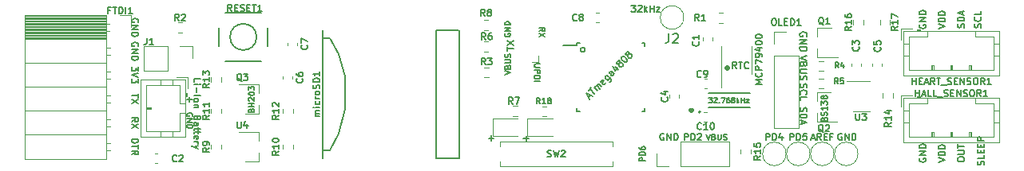
<source format=gbr>
%TF.GenerationSoftware,KiCad,Pcbnew,(5.1.10)-1*%
%TF.CreationDate,2021-07-02T15:13:39-07:00*%
%TF.ProjectId,BivalveBit,42697661-6c76-4654-9269-742e6b696361,A*%
%TF.SameCoordinates,Original*%
%TF.FileFunction,Legend,Top*%
%TF.FilePolarity,Positive*%
%FSLAX46Y46*%
G04 Gerber Fmt 4.6, Leading zero omitted, Abs format (unit mm)*
G04 Created by KiCad (PCBNEW (5.1.10)-1) date 2021-07-02 15:13:39*
%MOMM*%
%LPD*%
G01*
G04 APERTURE LIST*
%ADD10C,0.127000*%
%ADD11C,0.381000*%
%ADD12C,0.120000*%
%ADD13C,0.150000*%
%ADD14C,0.200000*%
G04 APERTURE END LIST*
D10*
X145626666Y-135001000D02*
X146168533Y-135001000D01*
X145897600Y-135271933D02*
X145897600Y-134730066D01*
X143895233Y-125674966D02*
X143895233Y-125268566D01*
X144606433Y-125471766D02*
X143895233Y-125471766D01*
X143895233Y-125099233D02*
X144606433Y-124625100D01*
X143895233Y-124625100D02*
X144606433Y-125099233D01*
X170908133Y-129247900D02*
X170196933Y-129247900D01*
X170704933Y-129010833D01*
X170196933Y-128773766D01*
X170908133Y-128773766D01*
X170840400Y-128028700D02*
X170874266Y-128062566D01*
X170908133Y-128164166D01*
X170908133Y-128231900D01*
X170874266Y-128333500D01*
X170806533Y-128401233D01*
X170738800Y-128435100D01*
X170603333Y-128468966D01*
X170501733Y-128468966D01*
X170366266Y-128435100D01*
X170298533Y-128401233D01*
X170230800Y-128333500D01*
X170196933Y-128231900D01*
X170196933Y-128164166D01*
X170230800Y-128062566D01*
X170264666Y-128028700D01*
X170908133Y-127723900D02*
X170196933Y-127723900D01*
X170196933Y-127452966D01*
X170230800Y-127385233D01*
X170264666Y-127351366D01*
X170332400Y-127317500D01*
X170434000Y-127317500D01*
X170501733Y-127351366D01*
X170535600Y-127385233D01*
X170569466Y-127452966D01*
X170569466Y-127723900D01*
X170196933Y-127080433D02*
X170196933Y-126606300D01*
X170908133Y-126911100D01*
X170908133Y-126301500D02*
X170908133Y-126166033D01*
X170874266Y-126098300D01*
X170840400Y-126064433D01*
X170738800Y-125996700D01*
X170603333Y-125962833D01*
X170332400Y-125962833D01*
X170264666Y-125996700D01*
X170230800Y-126030566D01*
X170196933Y-126098300D01*
X170196933Y-126233766D01*
X170230800Y-126301500D01*
X170264666Y-126335366D01*
X170332400Y-126369233D01*
X170501733Y-126369233D01*
X170569466Y-126335366D01*
X170603333Y-126301500D01*
X170637200Y-126233766D01*
X170637200Y-126098300D01*
X170603333Y-126030566D01*
X170569466Y-125996700D01*
X170501733Y-125962833D01*
X170434000Y-125353233D02*
X170908133Y-125353233D01*
X170163066Y-125522566D02*
X170671066Y-125691900D01*
X170671066Y-125251633D01*
X170196933Y-124845233D02*
X170196933Y-124777500D01*
X170230800Y-124709766D01*
X170264666Y-124675900D01*
X170332400Y-124642033D01*
X170467866Y-124608166D01*
X170637200Y-124608166D01*
X170772666Y-124642033D01*
X170840400Y-124675900D01*
X170874266Y-124709766D01*
X170908133Y-124777500D01*
X170908133Y-124845233D01*
X170874266Y-124912966D01*
X170840400Y-124946833D01*
X170772666Y-124980700D01*
X170637200Y-125014566D01*
X170467866Y-125014566D01*
X170332400Y-124980700D01*
X170264666Y-124946833D01*
X170230800Y-124912966D01*
X170196933Y-124845233D01*
X170196933Y-124167900D02*
X170196933Y-124100166D01*
X170230800Y-124032433D01*
X170264666Y-123998566D01*
X170332400Y-123964700D01*
X170467866Y-123930833D01*
X170637200Y-123930833D01*
X170772666Y-123964700D01*
X170840400Y-123998566D01*
X170874266Y-124032433D01*
X170908133Y-124100166D01*
X170908133Y-124167900D01*
X170874266Y-124235633D01*
X170840400Y-124269500D01*
X170772666Y-124303366D01*
X170637200Y-124337233D01*
X170467866Y-124337233D01*
X170332400Y-124303366D01*
X170264666Y-124269500D01*
X170230800Y-124235633D01*
X170196933Y-124167900D01*
X157060900Y-120832033D02*
X157501166Y-120832033D01*
X157264100Y-121102966D01*
X157365700Y-121102966D01*
X157433433Y-121136833D01*
X157467300Y-121170700D01*
X157501166Y-121238433D01*
X157501166Y-121407766D01*
X157467300Y-121475500D01*
X157433433Y-121509366D01*
X157365700Y-121543233D01*
X157162500Y-121543233D01*
X157094766Y-121509366D01*
X157060900Y-121475500D01*
X157772100Y-120899766D02*
X157805966Y-120865900D01*
X157873700Y-120832033D01*
X158043033Y-120832033D01*
X158110766Y-120865900D01*
X158144633Y-120899766D01*
X158178500Y-120967500D01*
X158178500Y-121035233D01*
X158144633Y-121136833D01*
X157738233Y-121543233D01*
X158178500Y-121543233D01*
X158483300Y-121543233D02*
X158483300Y-120832033D01*
X158551033Y-121272300D02*
X158754233Y-121543233D01*
X158754233Y-121069100D02*
X158483300Y-121340033D01*
X159059033Y-121543233D02*
X159059033Y-120832033D01*
X159059033Y-121170700D02*
X159465433Y-121170700D01*
X159465433Y-121543233D02*
X159465433Y-120832033D01*
X159736366Y-121069100D02*
X160108900Y-121069100D01*
X159736366Y-121543233D01*
X160108900Y-121543233D01*
D11*
X163385500Y-131925785D02*
X163458071Y-131998357D01*
X163385500Y-132070928D01*
X163312928Y-131998357D01*
X163385500Y-131925785D01*
X163385500Y-132070928D01*
D10*
X165269938Y-130656390D02*
X165615861Y-130656390D01*
X165429595Y-130869266D01*
X165509423Y-130869266D01*
X165562642Y-130895876D01*
X165589252Y-130922485D01*
X165615861Y-130975704D01*
X165615861Y-131108752D01*
X165589252Y-131161971D01*
X165562642Y-131188580D01*
X165509423Y-131215190D01*
X165349766Y-131215190D01*
X165296547Y-131188580D01*
X165269938Y-131161971D01*
X165828738Y-130709609D02*
X165855347Y-130683000D01*
X165908566Y-130656390D01*
X166041614Y-130656390D01*
X166094833Y-130683000D01*
X166121442Y-130709609D01*
X166148052Y-130762828D01*
X166148052Y-130816047D01*
X166121442Y-130895876D01*
X165802128Y-131215190D01*
X166148052Y-131215190D01*
X166387538Y-131161971D02*
X166414147Y-131188580D01*
X166387538Y-131215190D01*
X166360928Y-131188580D01*
X166387538Y-131161971D01*
X166387538Y-131215190D01*
X166600414Y-130656390D02*
X166972947Y-130656390D01*
X166733461Y-131215190D01*
X167425309Y-130656390D02*
X167318871Y-130656390D01*
X167265652Y-130683000D01*
X167239042Y-130709609D01*
X167185823Y-130789438D01*
X167159214Y-130895876D01*
X167159214Y-131108752D01*
X167185823Y-131161971D01*
X167212433Y-131188580D01*
X167265652Y-131215190D01*
X167372090Y-131215190D01*
X167425309Y-131188580D01*
X167451919Y-131161971D01*
X167478528Y-131108752D01*
X167478528Y-130975704D01*
X167451919Y-130922485D01*
X167425309Y-130895876D01*
X167372090Y-130869266D01*
X167265652Y-130869266D01*
X167212433Y-130895876D01*
X167185823Y-130922485D01*
X167159214Y-130975704D01*
X167797842Y-130895876D02*
X167744623Y-130869266D01*
X167718014Y-130842657D01*
X167691404Y-130789438D01*
X167691404Y-130762828D01*
X167718014Y-130709609D01*
X167744623Y-130683000D01*
X167797842Y-130656390D01*
X167904280Y-130656390D01*
X167957500Y-130683000D01*
X167984109Y-130709609D01*
X168010719Y-130762828D01*
X168010719Y-130789438D01*
X167984109Y-130842657D01*
X167957500Y-130869266D01*
X167904280Y-130895876D01*
X167797842Y-130895876D01*
X167744623Y-130922485D01*
X167718014Y-130949095D01*
X167691404Y-131002314D01*
X167691404Y-131108752D01*
X167718014Y-131161971D01*
X167744623Y-131188580D01*
X167797842Y-131215190D01*
X167904280Y-131215190D01*
X167957500Y-131188580D01*
X167984109Y-131161971D01*
X168010719Y-131108752D01*
X168010719Y-131002314D01*
X167984109Y-130949095D01*
X167957500Y-130922485D01*
X167904280Y-130895876D01*
X168250204Y-131215190D02*
X168250204Y-130656390D01*
X168303423Y-131002314D02*
X168463080Y-131215190D01*
X168463080Y-130842657D02*
X168250204Y-131055533D01*
X168702566Y-131215190D02*
X168702566Y-130656390D01*
X168702566Y-130922485D02*
X169021880Y-130922485D01*
X169021880Y-131215190D02*
X169021880Y-130656390D01*
X169234757Y-130842657D02*
X169527461Y-130842657D01*
X169234757Y-131215190D01*
X169527461Y-131215190D01*
X116771057Y-132007428D02*
X116800085Y-131920342D01*
X116829114Y-131891314D01*
X116887171Y-131862285D01*
X116974257Y-131862285D01*
X117032314Y-131891314D01*
X117061342Y-131920342D01*
X117090371Y-131978400D01*
X117090371Y-132210628D01*
X116480771Y-132210628D01*
X116480771Y-132007428D01*
X116509800Y-131949371D01*
X116538828Y-131920342D01*
X116596885Y-131891314D01*
X116654942Y-131891314D01*
X116713000Y-131920342D01*
X116742028Y-131949371D01*
X116771057Y-132007428D01*
X116771057Y-132210628D01*
X117090371Y-131601028D02*
X116480771Y-131601028D01*
X116771057Y-131601028D02*
X116771057Y-131252685D01*
X117090371Y-131252685D02*
X116480771Y-131252685D01*
X116538828Y-130991428D02*
X116509800Y-130962400D01*
X116480771Y-130904342D01*
X116480771Y-130759200D01*
X116509800Y-130701142D01*
X116538828Y-130672114D01*
X116596885Y-130643085D01*
X116654942Y-130643085D01*
X116742028Y-130672114D01*
X117090371Y-131020457D01*
X117090371Y-130643085D01*
X116480771Y-130265714D02*
X116480771Y-130207657D01*
X116509800Y-130149600D01*
X116538828Y-130120571D01*
X116596885Y-130091542D01*
X116713000Y-130062514D01*
X116858142Y-130062514D01*
X116974257Y-130091542D01*
X117032314Y-130120571D01*
X117061342Y-130149600D01*
X117090371Y-130207657D01*
X117090371Y-130265714D01*
X117061342Y-130323771D01*
X117032314Y-130352800D01*
X116974257Y-130381828D01*
X116858142Y-130410857D01*
X116713000Y-130410857D01*
X116596885Y-130381828D01*
X116538828Y-130352800D01*
X116509800Y-130323771D01*
X116480771Y-130265714D01*
X116480771Y-129859314D02*
X116480771Y-129481942D01*
X116713000Y-129685142D01*
X116713000Y-129598057D01*
X116742028Y-129540000D01*
X116771057Y-129510971D01*
X116829114Y-129481942D01*
X116974257Y-129481942D01*
X117032314Y-129510971D01*
X117061342Y-129540000D01*
X117090371Y-129598057D01*
X117090371Y-129772228D01*
X117061342Y-129830285D01*
X117032314Y-129859314D01*
X177489757Y-132930900D02*
X177518785Y-132843814D01*
X177547814Y-132814785D01*
X177605871Y-132785757D01*
X177692957Y-132785757D01*
X177751014Y-132814785D01*
X177780042Y-132843814D01*
X177809071Y-132901871D01*
X177809071Y-133134100D01*
X177199471Y-133134100D01*
X177199471Y-132930900D01*
X177228500Y-132872842D01*
X177257528Y-132843814D01*
X177315585Y-132814785D01*
X177373642Y-132814785D01*
X177431700Y-132843814D01*
X177460728Y-132872842D01*
X177489757Y-132930900D01*
X177489757Y-133134100D01*
X177780042Y-132553528D02*
X177809071Y-132466442D01*
X177809071Y-132321300D01*
X177780042Y-132263242D01*
X177751014Y-132234214D01*
X177692957Y-132205185D01*
X177634900Y-132205185D01*
X177576842Y-132234214D01*
X177547814Y-132263242D01*
X177518785Y-132321300D01*
X177489757Y-132437414D01*
X177460728Y-132495471D01*
X177431700Y-132524500D01*
X177373642Y-132553528D01*
X177315585Y-132553528D01*
X177257528Y-132524500D01*
X177228500Y-132495471D01*
X177199471Y-132437414D01*
X177199471Y-132292271D01*
X177228500Y-132205185D01*
X177809071Y-131624614D02*
X177809071Y-131972957D01*
X177809071Y-131798785D02*
X177199471Y-131798785D01*
X177286557Y-131856842D01*
X177344614Y-131914900D01*
X177373642Y-131972957D01*
X177199471Y-131421414D02*
X177199471Y-131044042D01*
X177431700Y-131247242D01*
X177431700Y-131160157D01*
X177460728Y-131102100D01*
X177489757Y-131073071D01*
X177547814Y-131044042D01*
X177692957Y-131044042D01*
X177751014Y-131073071D01*
X177780042Y-131102100D01*
X177809071Y-131160157D01*
X177809071Y-131334328D01*
X177780042Y-131392385D01*
X177751014Y-131421414D01*
X177460728Y-130695700D02*
X177431700Y-130753757D01*
X177402671Y-130782785D01*
X177344614Y-130811814D01*
X177315585Y-130811814D01*
X177257528Y-130782785D01*
X177228500Y-130753757D01*
X177199471Y-130695700D01*
X177199471Y-130579585D01*
X177228500Y-130521528D01*
X177257528Y-130492500D01*
X177315585Y-130463471D01*
X177344614Y-130463471D01*
X177402671Y-130492500D01*
X177431700Y-130521528D01*
X177460728Y-130579585D01*
X177460728Y-130695700D01*
X177489757Y-130753757D01*
X177518785Y-130782785D01*
X177576842Y-130811814D01*
X177692957Y-130811814D01*
X177751014Y-130782785D01*
X177780042Y-130753757D01*
X177809071Y-130695700D01*
X177809071Y-130579585D01*
X177780042Y-130521528D01*
X177751014Y-130492500D01*
X177692957Y-130463471D01*
X177576842Y-130463471D01*
X177518785Y-130492500D01*
X177489757Y-130521528D01*
X177460728Y-130579585D01*
X168211500Y-127563033D02*
X167974433Y-127224366D01*
X167805100Y-127563033D02*
X167805100Y-126851833D01*
X168076033Y-126851833D01*
X168143766Y-126885700D01*
X168177633Y-126919566D01*
X168211500Y-126987300D01*
X168211500Y-127088900D01*
X168177633Y-127156633D01*
X168143766Y-127190500D01*
X168076033Y-127224366D01*
X167805100Y-127224366D01*
X168414700Y-126851833D02*
X168821100Y-126851833D01*
X168617900Y-127563033D02*
X168617900Y-126851833D01*
X169464566Y-127495300D02*
X169430700Y-127529166D01*
X169329100Y-127563033D01*
X169261366Y-127563033D01*
X169159766Y-127529166D01*
X169092033Y-127461433D01*
X169058166Y-127393700D01*
X169024300Y-127258233D01*
X169024300Y-127156633D01*
X169058166Y-127021166D01*
X169092033Y-126953433D01*
X169159766Y-126885700D01*
X169261366Y-126851833D01*
X169329100Y-126851833D01*
X169430700Y-126885700D01*
X169464566Y-126919566D01*
X110676266Y-128981200D02*
X110676266Y-128642533D01*
X111387466Y-128642533D01*
X110676266Y-129218266D02*
X111150400Y-129218266D01*
X111387466Y-129218266D02*
X111353600Y-129184400D01*
X111319733Y-129218266D01*
X111353600Y-129252133D01*
X111387466Y-129218266D01*
X111319733Y-129218266D01*
X110947200Y-129556933D02*
X110947200Y-130098800D01*
X110676266Y-130437466D02*
X111387466Y-130437466D01*
X110676266Y-130877733D02*
X110710133Y-130810000D01*
X110744000Y-130776133D01*
X110811733Y-130742266D01*
X111014933Y-130742266D01*
X111082666Y-130776133D01*
X111116533Y-130810000D01*
X111150400Y-130877733D01*
X111150400Y-130979333D01*
X111116533Y-131047066D01*
X111082666Y-131080933D01*
X111014933Y-131114800D01*
X110811733Y-131114800D01*
X110744000Y-131080933D01*
X110710133Y-131047066D01*
X110676266Y-130979333D01*
X110676266Y-130877733D01*
X111150400Y-131419600D02*
X110676266Y-131419600D01*
X111082666Y-131419600D02*
X111116533Y-131453466D01*
X111150400Y-131521200D01*
X111150400Y-131622800D01*
X111116533Y-131690533D01*
X111048800Y-131724400D01*
X110676266Y-131724400D01*
X111048800Y-132842000D02*
X111014933Y-132943600D01*
X110981066Y-132977466D01*
X110913333Y-133011333D01*
X110811733Y-133011333D01*
X110744000Y-132977466D01*
X110710133Y-132943600D01*
X110676266Y-132875866D01*
X110676266Y-132604933D01*
X111387466Y-132604933D01*
X111387466Y-132842000D01*
X111353600Y-132909733D01*
X111319733Y-132943600D01*
X111252000Y-132977466D01*
X111184266Y-132977466D01*
X111116533Y-132943600D01*
X111082666Y-132909733D01*
X111048800Y-132842000D01*
X111048800Y-132604933D01*
X110676266Y-133620933D02*
X111048800Y-133620933D01*
X111116533Y-133587066D01*
X111150400Y-133519333D01*
X111150400Y-133383866D01*
X111116533Y-133316133D01*
X110710133Y-133620933D02*
X110676266Y-133553200D01*
X110676266Y-133383866D01*
X110710133Y-133316133D01*
X110777866Y-133282266D01*
X110845600Y-133282266D01*
X110913333Y-133316133D01*
X110947200Y-133383866D01*
X110947200Y-133553200D01*
X110981066Y-133620933D01*
X111150400Y-133858000D02*
X111150400Y-134128933D01*
X111387466Y-133959600D02*
X110777866Y-133959600D01*
X110710133Y-133993466D01*
X110676266Y-134061200D01*
X110676266Y-134128933D01*
X111150400Y-134264400D02*
X111150400Y-134535333D01*
X111387466Y-134366000D02*
X110777866Y-134366000D01*
X110710133Y-134399866D01*
X110676266Y-134467600D01*
X110676266Y-134535333D01*
X110710133Y-135043333D02*
X110676266Y-134975600D01*
X110676266Y-134840133D01*
X110710133Y-134772400D01*
X110777866Y-134738533D01*
X111048800Y-134738533D01*
X111116533Y-134772400D01*
X111150400Y-134840133D01*
X111150400Y-134975600D01*
X111116533Y-135043333D01*
X111048800Y-135077200D01*
X110981066Y-135077200D01*
X110913333Y-134738533D01*
X110676266Y-135382000D02*
X111150400Y-135382000D01*
X111014933Y-135382000D02*
X111082666Y-135415866D01*
X111116533Y-135449733D01*
X111150400Y-135517466D01*
X111150400Y-135585200D01*
X111150400Y-135754533D02*
X110676266Y-135923866D01*
X111150400Y-136093200D02*
X110676266Y-135923866D01*
X110506933Y-135856133D01*
X110473066Y-135822266D01*
X110439200Y-135754533D01*
X158517771Y-137406742D02*
X157908171Y-137406742D01*
X157908171Y-137174514D01*
X157937200Y-137116457D01*
X157966228Y-137087428D01*
X158024285Y-137058400D01*
X158111371Y-137058400D01*
X158169428Y-137087428D01*
X158198457Y-137116457D01*
X158227485Y-137174514D01*
X158227485Y-137406742D01*
X158517771Y-136797142D02*
X157908171Y-136797142D01*
X157908171Y-136652000D01*
X157937200Y-136564914D01*
X157995257Y-136506857D01*
X158053314Y-136477828D01*
X158169428Y-136448800D01*
X158256514Y-136448800D01*
X158372628Y-136477828D01*
X158430685Y-136506857D01*
X158488742Y-136564914D01*
X158517771Y-136652000D01*
X158517771Y-136797142D01*
X157908171Y-135926285D02*
X157908171Y-136042400D01*
X157937200Y-136100457D01*
X157966228Y-136129485D01*
X158053314Y-136187542D01*
X158169428Y-136216571D01*
X158401657Y-136216571D01*
X158459714Y-136187542D01*
X158488742Y-136158514D01*
X158517771Y-136100457D01*
X158517771Y-135984342D01*
X158488742Y-135926285D01*
X158459714Y-135897257D01*
X158401657Y-135868228D01*
X158256514Y-135868228D01*
X158198457Y-135897257D01*
X158169428Y-135926285D01*
X158140400Y-135984342D01*
X158140400Y-136100457D01*
X158169428Y-136158514D01*
X158198457Y-136187542D01*
X158256514Y-136216571D01*
X164998400Y-134540171D02*
X165201600Y-135149771D01*
X165404800Y-134540171D01*
X165811200Y-134830457D02*
X165898285Y-134859485D01*
X165927314Y-134888514D01*
X165956342Y-134946571D01*
X165956342Y-135033657D01*
X165927314Y-135091714D01*
X165898285Y-135120742D01*
X165840228Y-135149771D01*
X165608000Y-135149771D01*
X165608000Y-134540171D01*
X165811200Y-134540171D01*
X165869257Y-134569200D01*
X165898285Y-134598228D01*
X165927314Y-134656285D01*
X165927314Y-134714342D01*
X165898285Y-134772400D01*
X165869257Y-134801428D01*
X165811200Y-134830457D01*
X165608000Y-134830457D01*
X166217600Y-134540171D02*
X166217600Y-135033657D01*
X166246628Y-135091714D01*
X166275657Y-135120742D01*
X166333714Y-135149771D01*
X166449828Y-135149771D01*
X166507885Y-135120742D01*
X166536914Y-135091714D01*
X166565942Y-135033657D01*
X166565942Y-134540171D01*
X166827200Y-135120742D02*
X166914285Y-135149771D01*
X167059428Y-135149771D01*
X167117485Y-135120742D01*
X167146514Y-135091714D01*
X167175542Y-135033657D01*
X167175542Y-134975600D01*
X167146514Y-134917542D01*
X167117485Y-134888514D01*
X167059428Y-134859485D01*
X166943314Y-134830457D01*
X166885257Y-134801428D01*
X166856228Y-134772400D01*
X166827200Y-134714342D01*
X166827200Y-134656285D01*
X166856228Y-134598228D01*
X166885257Y-134569200D01*
X166943314Y-134540171D01*
X167088457Y-134540171D01*
X167175542Y-134569200D01*
X160494133Y-134518400D02*
X160426400Y-134484533D01*
X160324800Y-134484533D01*
X160223200Y-134518400D01*
X160155466Y-134586133D01*
X160121600Y-134653866D01*
X160087733Y-134789333D01*
X160087733Y-134890933D01*
X160121600Y-135026400D01*
X160155466Y-135094133D01*
X160223200Y-135161866D01*
X160324800Y-135195733D01*
X160392533Y-135195733D01*
X160494133Y-135161866D01*
X160528000Y-135128000D01*
X160528000Y-134890933D01*
X160392533Y-134890933D01*
X160832800Y-135195733D02*
X160832800Y-134484533D01*
X161239200Y-135195733D01*
X161239200Y-134484533D01*
X161577866Y-135195733D02*
X161577866Y-134484533D01*
X161747200Y-134484533D01*
X161848800Y-134518400D01*
X161916533Y-134586133D01*
X161950400Y-134653866D01*
X161984266Y-134789333D01*
X161984266Y-134890933D01*
X161950400Y-135026400D01*
X161916533Y-135094133D01*
X161848800Y-135161866D01*
X161747200Y-135195733D01*
X161577866Y-135195733D01*
X162695466Y-135195733D02*
X162695466Y-134484533D01*
X162966400Y-134484533D01*
X163034133Y-134518400D01*
X163068000Y-134552266D01*
X163101866Y-134620000D01*
X163101866Y-134721600D01*
X163068000Y-134789333D01*
X163034133Y-134823200D01*
X162966400Y-134857066D01*
X162695466Y-134857066D01*
X163406666Y-135195733D02*
X163406666Y-134484533D01*
X163576000Y-134484533D01*
X163677600Y-134518400D01*
X163745333Y-134586133D01*
X163779200Y-134653866D01*
X163813066Y-134789333D01*
X163813066Y-134890933D01*
X163779200Y-135026400D01*
X163745333Y-135094133D01*
X163677600Y-135161866D01*
X163576000Y-135195733D01*
X163406666Y-135195733D01*
X164084000Y-134552266D02*
X164117866Y-134518400D01*
X164185600Y-134484533D01*
X164354933Y-134484533D01*
X164422666Y-134518400D01*
X164456533Y-134552266D01*
X164490400Y-134620000D01*
X164490400Y-134687733D01*
X164456533Y-134789333D01*
X164050133Y-135195733D01*
X164490400Y-135195733D01*
X143658771Y-128206500D02*
X144268371Y-128003300D01*
X143658771Y-127800100D01*
X143949057Y-127393700D02*
X143978085Y-127306614D01*
X144007114Y-127277585D01*
X144065171Y-127248557D01*
X144152257Y-127248557D01*
X144210314Y-127277585D01*
X144239342Y-127306614D01*
X144268371Y-127364671D01*
X144268371Y-127596900D01*
X143658771Y-127596900D01*
X143658771Y-127393700D01*
X143687800Y-127335642D01*
X143716828Y-127306614D01*
X143774885Y-127277585D01*
X143832942Y-127277585D01*
X143891000Y-127306614D01*
X143920028Y-127335642D01*
X143949057Y-127393700D01*
X143949057Y-127596900D01*
X143658771Y-126987300D02*
X144152257Y-126987300D01*
X144210314Y-126958271D01*
X144239342Y-126929242D01*
X144268371Y-126871185D01*
X144268371Y-126755071D01*
X144239342Y-126697014D01*
X144210314Y-126667985D01*
X144152257Y-126638957D01*
X143658771Y-126638957D01*
X144239342Y-126377700D02*
X144268371Y-126290614D01*
X144268371Y-126145471D01*
X144239342Y-126087414D01*
X144210314Y-126058385D01*
X144152257Y-126029357D01*
X144094200Y-126029357D01*
X144036142Y-126058385D01*
X144007114Y-126087414D01*
X143978085Y-126145471D01*
X143949057Y-126261585D01*
X143920028Y-126319642D01*
X143891000Y-126348671D01*
X143832942Y-126377700D01*
X143774885Y-126377700D01*
X143716828Y-126348671D01*
X143687800Y-126319642D01*
X143658771Y-126261585D01*
X143658771Y-126116442D01*
X143687800Y-126029357D01*
X143637000Y-123857657D02*
X143607971Y-123915714D01*
X143607971Y-124002800D01*
X143637000Y-124089885D01*
X143695057Y-124147942D01*
X143753114Y-124176971D01*
X143869228Y-124206000D01*
X143956314Y-124206000D01*
X144072428Y-124176971D01*
X144130485Y-124147942D01*
X144188542Y-124089885D01*
X144217571Y-124002800D01*
X144217571Y-123944742D01*
X144188542Y-123857657D01*
X144159514Y-123828628D01*
X143956314Y-123828628D01*
X143956314Y-123944742D01*
X144217571Y-123567371D02*
X143607971Y-123567371D01*
X144217571Y-123219028D01*
X143607971Y-123219028D01*
X144217571Y-122928742D02*
X143607971Y-122928742D01*
X143607971Y-122783600D01*
X143637000Y-122696514D01*
X143695057Y-122638457D01*
X143753114Y-122609428D01*
X143869228Y-122580400D01*
X143956314Y-122580400D01*
X144072428Y-122609428D01*
X144130485Y-122638457D01*
X144188542Y-122696514D01*
X144217571Y-122783600D01*
X144217571Y-122928742D01*
X147298228Y-123596400D02*
X147588514Y-123393200D01*
X147298228Y-123248057D02*
X147907828Y-123248057D01*
X147907828Y-123480285D01*
X147878800Y-123538342D01*
X147849771Y-123567371D01*
X147791714Y-123596400D01*
X147704628Y-123596400D01*
X147646571Y-123567371D01*
X147617542Y-123538342D01*
X147588514Y-123480285D01*
X147588514Y-123248057D01*
X147907828Y-123799600D02*
X147298228Y-124206000D01*
X147907828Y-124206000D02*
X147298228Y-123799600D01*
X147399828Y-127087085D02*
X146906342Y-127087085D01*
X146848285Y-127116114D01*
X146819257Y-127145142D01*
X146790228Y-127203200D01*
X146790228Y-127319314D01*
X146819257Y-127377371D01*
X146848285Y-127406400D01*
X146906342Y-127435428D01*
X147399828Y-127435428D01*
X146790228Y-127725714D02*
X147399828Y-127725714D01*
X147399828Y-127957942D01*
X147370800Y-128016000D01*
X147341771Y-128045028D01*
X147283714Y-128074057D01*
X147196628Y-128074057D01*
X147138571Y-128045028D01*
X147109542Y-128016000D01*
X147080514Y-127957942D01*
X147080514Y-127725714D01*
X146790228Y-128335314D02*
X147399828Y-128335314D01*
X147399828Y-128480457D01*
X147370800Y-128567542D01*
X147312742Y-128625600D01*
X147254685Y-128654628D01*
X147138571Y-128683657D01*
X147051485Y-128683657D01*
X146935371Y-128654628D01*
X146877314Y-128625600D01*
X146819257Y-128567542D01*
X146790228Y-128480457D01*
X146790228Y-128335314D01*
X146790228Y-128944914D02*
X147399828Y-128944914D01*
X104072266Y-135077200D02*
X104783466Y-135077200D01*
X104783466Y-135246533D01*
X104749600Y-135348133D01*
X104681866Y-135415866D01*
X104614133Y-135449733D01*
X104478666Y-135483600D01*
X104377066Y-135483600D01*
X104241600Y-135449733D01*
X104173866Y-135415866D01*
X104106133Y-135348133D01*
X104072266Y-135246533D01*
X104072266Y-135077200D01*
X104783466Y-135686800D02*
X104783466Y-136093200D01*
X104072266Y-135890000D02*
X104783466Y-135890000D01*
X104072266Y-136736666D02*
X104410933Y-136499600D01*
X104072266Y-136330266D02*
X104783466Y-136330266D01*
X104783466Y-136601200D01*
X104749600Y-136668933D01*
X104715733Y-136702800D01*
X104648000Y-136736666D01*
X104546400Y-136736666D01*
X104478666Y-136702800D01*
X104444800Y-136668933D01*
X104410933Y-136601200D01*
X104410933Y-136330266D01*
X104749600Y-122648133D02*
X104783466Y-122580400D01*
X104783466Y-122478800D01*
X104749600Y-122377200D01*
X104681866Y-122309466D01*
X104614133Y-122275600D01*
X104478666Y-122241733D01*
X104377066Y-122241733D01*
X104241600Y-122275600D01*
X104173866Y-122309466D01*
X104106133Y-122377200D01*
X104072266Y-122478800D01*
X104072266Y-122546533D01*
X104106133Y-122648133D01*
X104140000Y-122682000D01*
X104377066Y-122682000D01*
X104377066Y-122546533D01*
X104072266Y-122986800D02*
X104783466Y-122986800D01*
X104072266Y-123393200D01*
X104783466Y-123393200D01*
X104072266Y-123731866D02*
X104783466Y-123731866D01*
X104783466Y-123901200D01*
X104749600Y-124002800D01*
X104681866Y-124070533D01*
X104614133Y-124104400D01*
X104478666Y-124138266D01*
X104377066Y-124138266D01*
X104241600Y-124104400D01*
X104173866Y-124070533D01*
X104106133Y-124002800D01*
X104072266Y-123901200D01*
X104072266Y-123731866D01*
X104749600Y-125188133D02*
X104783466Y-125120400D01*
X104783466Y-125018800D01*
X104749600Y-124917200D01*
X104681866Y-124849466D01*
X104614133Y-124815600D01*
X104478666Y-124781733D01*
X104377066Y-124781733D01*
X104241600Y-124815600D01*
X104173866Y-124849466D01*
X104106133Y-124917200D01*
X104072266Y-125018800D01*
X104072266Y-125086533D01*
X104106133Y-125188133D01*
X104140000Y-125222000D01*
X104377066Y-125222000D01*
X104377066Y-125086533D01*
X104072266Y-125526800D02*
X104783466Y-125526800D01*
X104072266Y-125933200D01*
X104783466Y-125933200D01*
X104072266Y-126271866D02*
X104783466Y-126271866D01*
X104783466Y-126441200D01*
X104749600Y-126542800D01*
X104681866Y-126610533D01*
X104614133Y-126644400D01*
X104478666Y-126678266D01*
X104377066Y-126678266D01*
X104241600Y-126644400D01*
X104173866Y-126610533D01*
X104106133Y-126542800D01*
X104072266Y-126441200D01*
X104072266Y-126271866D01*
X104783466Y-127389466D02*
X104783466Y-127829733D01*
X104512533Y-127592666D01*
X104512533Y-127694266D01*
X104478666Y-127762000D01*
X104444800Y-127795866D01*
X104377066Y-127829733D01*
X104207733Y-127829733D01*
X104140000Y-127795866D01*
X104106133Y-127762000D01*
X104072266Y-127694266D01*
X104072266Y-127491066D01*
X104106133Y-127423333D01*
X104140000Y-127389466D01*
X104783466Y-128032933D02*
X104072266Y-128270000D01*
X104783466Y-128507066D01*
X104783466Y-128676400D02*
X104783466Y-129116666D01*
X104512533Y-128879600D01*
X104512533Y-128981200D01*
X104478666Y-129048933D01*
X104444800Y-129082800D01*
X104377066Y-129116666D01*
X104207733Y-129116666D01*
X104140000Y-129082800D01*
X104106133Y-129048933D01*
X104072266Y-128981200D01*
X104072266Y-128778000D01*
X104106133Y-128710266D01*
X104140000Y-128676400D01*
X104783466Y-130268133D02*
X104783466Y-130674533D01*
X104072266Y-130471333D02*
X104783466Y-130471333D01*
X104783466Y-130843866D02*
X104072266Y-131318000D01*
X104783466Y-131318000D02*
X104072266Y-130843866D01*
X104072266Y-133231466D02*
X104410933Y-132994400D01*
X104072266Y-132825066D02*
X104783466Y-132825066D01*
X104783466Y-133096000D01*
X104749600Y-133163733D01*
X104715733Y-133197600D01*
X104648000Y-133231466D01*
X104546400Y-133231466D01*
X104478666Y-133197600D01*
X104444800Y-133163733D01*
X104410933Y-133096000D01*
X104410933Y-132825066D01*
X104783466Y-133468533D02*
X104072266Y-133942666D01*
X104783466Y-133942666D02*
X104072266Y-133468533D01*
X110540800Y-132631542D02*
X110569828Y-132573485D01*
X110569828Y-132486400D01*
X110540800Y-132399314D01*
X110482742Y-132341257D01*
X110424685Y-132312228D01*
X110308571Y-132283200D01*
X110221485Y-132283200D01*
X110105371Y-132312228D01*
X110047314Y-132341257D01*
X109989257Y-132399314D01*
X109960228Y-132486400D01*
X109960228Y-132544457D01*
X109989257Y-132631542D01*
X110018285Y-132660571D01*
X110221485Y-132660571D01*
X110221485Y-132544457D01*
X109960228Y-132921828D02*
X110569828Y-132921828D01*
X109960228Y-133270171D01*
X110569828Y-133270171D01*
X109960228Y-133560457D02*
X110569828Y-133560457D01*
X110569828Y-133705600D01*
X110540800Y-133792685D01*
X110482742Y-133850742D01*
X110424685Y-133879771D01*
X110308571Y-133908800D01*
X110221485Y-133908800D01*
X110105371Y-133879771D01*
X110047314Y-133850742D01*
X109989257Y-133792685D01*
X109960228Y-133705600D01*
X109960228Y-133560457D01*
X109965066Y-130860800D02*
X110506933Y-130860800D01*
X110236000Y-131131733D02*
X110236000Y-130589866D01*
X141956366Y-134975600D02*
X142498233Y-134975600D01*
X142227300Y-135246533D02*
X142227300Y-134704666D01*
D11*
X167182800Y-127391885D02*
X167255371Y-127464457D01*
X167182800Y-127537028D01*
X167110228Y-127464457D01*
X167182800Y-127391885D01*
X167182800Y-127537028D01*
D10*
X151841200Y-125797733D02*
X151773466Y-125763866D01*
X151739600Y-125730000D01*
X151705733Y-125662266D01*
X151705733Y-125459066D01*
X151739600Y-125391333D01*
X151773466Y-125357466D01*
X151841200Y-125323600D01*
X151942800Y-125323600D01*
X152010533Y-125357466D01*
X152044400Y-125391333D01*
X152078266Y-125459066D01*
X152078266Y-125662266D01*
X152044400Y-125730000D01*
X152010533Y-125763866D01*
X151942800Y-125797733D01*
X151841200Y-125797733D01*
X152494817Y-130628813D02*
X152734291Y-130389340D01*
X152590606Y-130820392D02*
X152255344Y-130149866D01*
X152925869Y-130485129D01*
X152518764Y-129886446D02*
X152806133Y-129599077D01*
X153165343Y-130245656D02*
X152662448Y-129742762D01*
X153476658Y-129934340D02*
X153141395Y-129599077D01*
X153189290Y-129646972D02*
X153189290Y-129599077D01*
X153213237Y-129527235D01*
X153285080Y-129455393D01*
X153356922Y-129431446D01*
X153428764Y-129455393D01*
X153692184Y-129718814D01*
X153428764Y-129455393D02*
X153404816Y-129383551D01*
X153428764Y-129311709D01*
X153500606Y-129239867D01*
X153572448Y-129215920D01*
X153644290Y-129239867D01*
X153907711Y-129503288D01*
X154314816Y-129048288D02*
X154290868Y-129120130D01*
X154195079Y-129215920D01*
X154123237Y-129239867D01*
X154051395Y-129215920D01*
X153859816Y-129024341D01*
X153835869Y-128952499D01*
X153859816Y-128880657D01*
X153955605Y-128784868D01*
X154027447Y-128760920D01*
X154099289Y-128784868D01*
X154147184Y-128832762D01*
X153955605Y-129120130D01*
X154458500Y-128281973D02*
X154865605Y-128689078D01*
X154889552Y-128760920D01*
X154889552Y-128808815D01*
X154865605Y-128880657D01*
X154793763Y-128952499D01*
X154721921Y-128976446D01*
X154769815Y-128593289D02*
X154745868Y-128665131D01*
X154650078Y-128760920D01*
X154578236Y-128784868D01*
X154530342Y-128784868D01*
X154458500Y-128760920D01*
X154314816Y-128617236D01*
X154290868Y-128545394D01*
X154290868Y-128497499D01*
X154314816Y-128425657D01*
X154410605Y-128329868D01*
X154482447Y-128305921D01*
X155248762Y-128162236D02*
X154985341Y-127898816D01*
X154913499Y-127874868D01*
X154841657Y-127898816D01*
X154745868Y-127994605D01*
X154721921Y-128066447D01*
X155224815Y-128138289D02*
X155200868Y-128210131D01*
X155081131Y-128329868D01*
X155009289Y-128353815D01*
X154937447Y-128329868D01*
X154889552Y-128281973D01*
X154865605Y-128210131D01*
X154889552Y-128138289D01*
X155009289Y-128018552D01*
X155033236Y-127946710D01*
X155368499Y-127371974D02*
X155703762Y-127707237D01*
X155057183Y-127300132D02*
X155296657Y-127779079D01*
X155607972Y-127467763D01*
X155751657Y-127084606D02*
X155679815Y-127108553D01*
X155631920Y-127108553D01*
X155560078Y-127084606D01*
X155536130Y-127060658D01*
X155512183Y-126988816D01*
X155512183Y-126940922D01*
X155536130Y-126869080D01*
X155631920Y-126773290D01*
X155703762Y-126749343D01*
X155751657Y-126749343D01*
X155823499Y-126773290D01*
X155847446Y-126797237D01*
X155871393Y-126869080D01*
X155871393Y-126916974D01*
X155847446Y-126988816D01*
X155751657Y-127084606D01*
X155727709Y-127156448D01*
X155727709Y-127204342D01*
X155751657Y-127276184D01*
X155847446Y-127371974D01*
X155919288Y-127395921D01*
X155967183Y-127395921D01*
X156039025Y-127371974D01*
X156134814Y-127276184D01*
X156158762Y-127204342D01*
X156158762Y-127156448D01*
X156134814Y-127084606D01*
X156039025Y-126988816D01*
X155967183Y-126964869D01*
X155919288Y-126964869D01*
X155847446Y-126988816D01*
X156039025Y-126366185D02*
X156086919Y-126318291D01*
X156158762Y-126294343D01*
X156206656Y-126294343D01*
X156278498Y-126318291D01*
X156398235Y-126390133D01*
X156517972Y-126509869D01*
X156589814Y-126629606D01*
X156613761Y-126701448D01*
X156613761Y-126749343D01*
X156589814Y-126821185D01*
X156541919Y-126869080D01*
X156470077Y-126893027D01*
X156422182Y-126893027D01*
X156350340Y-126869080D01*
X156230604Y-126797237D01*
X156110867Y-126677501D01*
X156039025Y-126557764D01*
X156015077Y-126485922D01*
X156015077Y-126438027D01*
X156039025Y-126366185D01*
X156709551Y-126126712D02*
X156637708Y-126150659D01*
X156589814Y-126150659D01*
X156517972Y-126126712D01*
X156494024Y-126102764D01*
X156470077Y-126030922D01*
X156470077Y-125983028D01*
X156494024Y-125911186D01*
X156589814Y-125815396D01*
X156661656Y-125791449D01*
X156709551Y-125791449D01*
X156781393Y-125815396D01*
X156805340Y-125839344D01*
X156829287Y-125911186D01*
X156829287Y-125959080D01*
X156805340Y-126030922D01*
X156709551Y-126126712D01*
X156685603Y-126198554D01*
X156685603Y-126246448D01*
X156709551Y-126318291D01*
X156805340Y-126414080D01*
X156877182Y-126438027D01*
X156925077Y-126438027D01*
X156996919Y-126414080D01*
X157092708Y-126318291D01*
X157116655Y-126246448D01*
X157116655Y-126198554D01*
X157092708Y-126126712D01*
X156996919Y-126030922D01*
X156925077Y-126006975D01*
X156877182Y-126006975D01*
X156805340Y-126030922D01*
X194102566Y-123198466D02*
X194136433Y-123096866D01*
X194136433Y-122927533D01*
X194102566Y-122859800D01*
X194068700Y-122825933D01*
X194000966Y-122792066D01*
X193933233Y-122792066D01*
X193865500Y-122825933D01*
X193831633Y-122859800D01*
X193797766Y-122927533D01*
X193763900Y-123063000D01*
X193730033Y-123130733D01*
X193696166Y-123164600D01*
X193628433Y-123198466D01*
X193560700Y-123198466D01*
X193492966Y-123164600D01*
X193459100Y-123130733D01*
X193425233Y-123063000D01*
X193425233Y-122893666D01*
X193459100Y-122792066D01*
X194068700Y-122080866D02*
X194102566Y-122114733D01*
X194136433Y-122216333D01*
X194136433Y-122284066D01*
X194102566Y-122385666D01*
X194034833Y-122453400D01*
X193967100Y-122487266D01*
X193831633Y-122521133D01*
X193730033Y-122521133D01*
X193594566Y-122487266D01*
X193526833Y-122453400D01*
X193459100Y-122385666D01*
X193425233Y-122284066D01*
X193425233Y-122216333D01*
X193459100Y-122114733D01*
X193492966Y-122080866D01*
X194136433Y-121437400D02*
X194136433Y-121776066D01*
X193425233Y-121776066D01*
X192324566Y-123215400D02*
X192358433Y-123113800D01*
X192358433Y-122944466D01*
X192324566Y-122876733D01*
X192290700Y-122842866D01*
X192222966Y-122809000D01*
X192155233Y-122809000D01*
X192087500Y-122842866D01*
X192053633Y-122876733D01*
X192019766Y-122944466D01*
X191985900Y-123079933D01*
X191952033Y-123147666D01*
X191918166Y-123181533D01*
X191850433Y-123215400D01*
X191782700Y-123215400D01*
X191714966Y-123181533D01*
X191681100Y-123147666D01*
X191647233Y-123079933D01*
X191647233Y-122910600D01*
X191681100Y-122809000D01*
X192358433Y-122504200D02*
X191647233Y-122504200D01*
X191647233Y-122334866D01*
X191681100Y-122233266D01*
X191748833Y-122165533D01*
X191816566Y-122131666D01*
X191952033Y-122097800D01*
X192053633Y-122097800D01*
X192189100Y-122131666D01*
X192256833Y-122165533D01*
X192324566Y-122233266D01*
X192358433Y-122334866D01*
X192358433Y-122504200D01*
X192155233Y-121826866D02*
X192155233Y-121488200D01*
X192358433Y-121894600D02*
X191647233Y-121657533D01*
X192358433Y-121420466D01*
X189615233Y-123300066D02*
X190326433Y-123063000D01*
X189615233Y-122825933D01*
X190326433Y-122588866D02*
X189615233Y-122588866D01*
X189615233Y-122419533D01*
X189649100Y-122317933D01*
X189716833Y-122250200D01*
X189784566Y-122216333D01*
X189920033Y-122182466D01*
X190021633Y-122182466D01*
X190157100Y-122216333D01*
X190224833Y-122250200D01*
X190292566Y-122317933D01*
X190326433Y-122419533D01*
X190326433Y-122588866D01*
X190326433Y-121877666D02*
X189615233Y-121877666D01*
X189615233Y-121708333D01*
X189649100Y-121606733D01*
X189716833Y-121539000D01*
X189784566Y-121505133D01*
X189920033Y-121471266D01*
X190021633Y-121471266D01*
X190157100Y-121505133D01*
X190224833Y-121539000D01*
X190292566Y-121606733D01*
X190326433Y-121708333D01*
X190326433Y-121877666D01*
X187617100Y-122893666D02*
X187583233Y-122961400D01*
X187583233Y-123063000D01*
X187617100Y-123164600D01*
X187684833Y-123232333D01*
X187752566Y-123266200D01*
X187888033Y-123300066D01*
X187989633Y-123300066D01*
X188125100Y-123266200D01*
X188192833Y-123232333D01*
X188260566Y-123164600D01*
X188294433Y-123063000D01*
X188294433Y-122995266D01*
X188260566Y-122893666D01*
X188226700Y-122859800D01*
X187989633Y-122859800D01*
X187989633Y-122995266D01*
X188294433Y-122555000D02*
X187583233Y-122555000D01*
X188294433Y-122148600D01*
X187583233Y-122148600D01*
X188294433Y-121809933D02*
X187583233Y-121809933D01*
X187583233Y-121640600D01*
X187617100Y-121539000D01*
X187684833Y-121471266D01*
X187752566Y-121437400D01*
X187888033Y-121403533D01*
X187989633Y-121403533D01*
X188125100Y-121437400D01*
X188192833Y-121471266D01*
X188260566Y-121539000D01*
X188294433Y-121640600D01*
X188294433Y-121809933D01*
X194407366Y-137837333D02*
X194441233Y-137735733D01*
X194441233Y-137566400D01*
X194407366Y-137498666D01*
X194373500Y-137464800D01*
X194305766Y-137430933D01*
X194238033Y-137430933D01*
X194170300Y-137464800D01*
X194136433Y-137498666D01*
X194102566Y-137566400D01*
X194068700Y-137701866D01*
X194034833Y-137769600D01*
X194000966Y-137803466D01*
X193933233Y-137837333D01*
X193865500Y-137837333D01*
X193797766Y-137803466D01*
X193763900Y-137769600D01*
X193730033Y-137701866D01*
X193730033Y-137532533D01*
X193763900Y-137430933D01*
X194441233Y-136787466D02*
X194441233Y-137126133D01*
X193730033Y-137126133D01*
X194068700Y-136550400D02*
X194068700Y-136313333D01*
X194441233Y-136211733D02*
X194441233Y-136550400D01*
X193730033Y-136550400D01*
X193730033Y-136211733D01*
X194068700Y-135906933D02*
X194068700Y-135669866D01*
X194441233Y-135568266D02*
X194441233Y-135906933D01*
X193730033Y-135906933D01*
X193730033Y-135568266D01*
X194441233Y-135263466D02*
X193730033Y-135263466D01*
X193730033Y-134992533D01*
X193763900Y-134924800D01*
X193797766Y-134890933D01*
X193865500Y-134857066D01*
X193967100Y-134857066D01*
X194034833Y-134890933D01*
X194068700Y-134924800D01*
X194102566Y-134992533D01*
X194102566Y-135263466D01*
X191647233Y-137287000D02*
X191647233Y-137151533D01*
X191681100Y-137083800D01*
X191748833Y-137016066D01*
X191884300Y-136982200D01*
X192121366Y-136982200D01*
X192256833Y-137016066D01*
X192324566Y-137083800D01*
X192358433Y-137151533D01*
X192358433Y-137287000D01*
X192324566Y-137354733D01*
X192256833Y-137422466D01*
X192121366Y-137456333D01*
X191884300Y-137456333D01*
X191748833Y-137422466D01*
X191681100Y-137354733D01*
X191647233Y-137287000D01*
X191647233Y-136677400D02*
X192222966Y-136677400D01*
X192290700Y-136643533D01*
X192324566Y-136609666D01*
X192358433Y-136541933D01*
X192358433Y-136406466D01*
X192324566Y-136338733D01*
X192290700Y-136304866D01*
X192222966Y-136271000D01*
X191647233Y-136271000D01*
X191647233Y-136033933D02*
X191647233Y-135627533D01*
X192358433Y-135830733D02*
X191647233Y-135830733D01*
X189615233Y-137524066D02*
X190326433Y-137287000D01*
X189615233Y-137049933D01*
X190326433Y-136812866D02*
X189615233Y-136812866D01*
X189615233Y-136643533D01*
X189649100Y-136541933D01*
X189716833Y-136474200D01*
X189784566Y-136440333D01*
X189920033Y-136406466D01*
X190021633Y-136406466D01*
X190157100Y-136440333D01*
X190224833Y-136474200D01*
X190292566Y-136541933D01*
X190326433Y-136643533D01*
X190326433Y-136812866D01*
X190326433Y-136101666D02*
X189615233Y-136101666D01*
X189615233Y-135932333D01*
X189649100Y-135830733D01*
X189716833Y-135763000D01*
X189784566Y-135729133D01*
X189920033Y-135695266D01*
X190021633Y-135695266D01*
X190157100Y-135729133D01*
X190224833Y-135763000D01*
X190292566Y-135830733D01*
X190326433Y-135932333D01*
X190326433Y-136101666D01*
X187617100Y-137117666D02*
X187583233Y-137185400D01*
X187583233Y-137287000D01*
X187617100Y-137388600D01*
X187684833Y-137456333D01*
X187752566Y-137490200D01*
X187888033Y-137524066D01*
X187989633Y-137524066D01*
X188125100Y-137490200D01*
X188192833Y-137456333D01*
X188260566Y-137388600D01*
X188294433Y-137287000D01*
X188294433Y-137219266D01*
X188260566Y-137117666D01*
X188226700Y-137083800D01*
X187989633Y-137083800D01*
X187989633Y-137219266D01*
X188294433Y-136779000D02*
X187583233Y-136779000D01*
X188294433Y-136372600D01*
X187583233Y-136372600D01*
X188294433Y-136033933D02*
X187583233Y-136033933D01*
X187583233Y-135864600D01*
X187617100Y-135763000D01*
X187684833Y-135695266D01*
X187752566Y-135661400D01*
X187888033Y-135627533D01*
X187989633Y-135627533D01*
X188125100Y-135661400D01*
X188192833Y-135695266D01*
X188260566Y-135763000D01*
X188294433Y-135864600D01*
X188294433Y-136033933D01*
X179353633Y-134493000D02*
X179285900Y-134459133D01*
X179184300Y-134459133D01*
X179082700Y-134493000D01*
X179014966Y-134560733D01*
X178981100Y-134628466D01*
X178947233Y-134763933D01*
X178947233Y-134865533D01*
X178981100Y-135001000D01*
X179014966Y-135068733D01*
X179082700Y-135136466D01*
X179184300Y-135170333D01*
X179252033Y-135170333D01*
X179353633Y-135136466D01*
X179387500Y-135102600D01*
X179387500Y-134865533D01*
X179252033Y-134865533D01*
X179692300Y-135170333D02*
X179692300Y-134459133D01*
X180098700Y-135170333D01*
X180098700Y-134459133D01*
X180437366Y-135170333D02*
X180437366Y-134459133D01*
X180606700Y-134459133D01*
X180708300Y-134493000D01*
X180776033Y-134560733D01*
X180809900Y-134628466D01*
X180843766Y-134763933D01*
X180843766Y-134865533D01*
X180809900Y-135001000D01*
X180776033Y-135068733D01*
X180708300Y-135136466D01*
X180606700Y-135170333D01*
X180437366Y-135170333D01*
X176140533Y-134992533D02*
X176479200Y-134992533D01*
X176072800Y-135195733D02*
X176309866Y-134484533D01*
X176546933Y-135195733D01*
X177190400Y-135195733D02*
X176953333Y-134857066D01*
X176784000Y-135195733D02*
X176784000Y-134484533D01*
X177054933Y-134484533D01*
X177122666Y-134518400D01*
X177156533Y-134552266D01*
X177190400Y-134620000D01*
X177190400Y-134721600D01*
X177156533Y-134789333D01*
X177122666Y-134823200D01*
X177054933Y-134857066D01*
X176784000Y-134857066D01*
X177495200Y-134823200D02*
X177732266Y-134823200D01*
X177833866Y-135195733D02*
X177495200Y-135195733D01*
X177495200Y-134484533D01*
X177833866Y-134484533D01*
X178375733Y-134823200D02*
X178138666Y-134823200D01*
X178138666Y-135195733D02*
X178138666Y-134484533D01*
X178477333Y-134484533D01*
X173871466Y-135195733D02*
X173871466Y-134484533D01*
X174142400Y-134484533D01*
X174210133Y-134518400D01*
X174244000Y-134552266D01*
X174277866Y-134620000D01*
X174277866Y-134721600D01*
X174244000Y-134789333D01*
X174210133Y-134823200D01*
X174142400Y-134857066D01*
X173871466Y-134857066D01*
X174582666Y-135195733D02*
X174582666Y-134484533D01*
X174752000Y-134484533D01*
X174853600Y-134518400D01*
X174921333Y-134586133D01*
X174955200Y-134653866D01*
X174989066Y-134789333D01*
X174989066Y-134890933D01*
X174955200Y-135026400D01*
X174921333Y-135094133D01*
X174853600Y-135161866D01*
X174752000Y-135195733D01*
X174582666Y-135195733D01*
X175632533Y-134484533D02*
X175293866Y-134484533D01*
X175260000Y-134823200D01*
X175293866Y-134789333D01*
X175361600Y-134755466D01*
X175530933Y-134755466D01*
X175598666Y-134789333D01*
X175632533Y-134823200D01*
X175666400Y-134890933D01*
X175666400Y-135060266D01*
X175632533Y-135128000D01*
X175598666Y-135161866D01*
X175530933Y-135195733D01*
X175361600Y-135195733D01*
X175293866Y-135161866D01*
X175260000Y-135128000D01*
X171331466Y-135195733D02*
X171331466Y-134484533D01*
X171602400Y-134484533D01*
X171670133Y-134518400D01*
X171704000Y-134552266D01*
X171737866Y-134620000D01*
X171737866Y-134721600D01*
X171704000Y-134789333D01*
X171670133Y-134823200D01*
X171602400Y-134857066D01*
X171331466Y-134857066D01*
X172042666Y-135195733D02*
X172042666Y-134484533D01*
X172212000Y-134484533D01*
X172313600Y-134518400D01*
X172381333Y-134586133D01*
X172415200Y-134653866D01*
X172449066Y-134789333D01*
X172449066Y-134890933D01*
X172415200Y-135026400D01*
X172381333Y-135094133D01*
X172313600Y-135161866D01*
X172212000Y-135195733D01*
X172042666Y-135195733D01*
X173058666Y-134721600D02*
X173058666Y-135195733D01*
X172889333Y-134450666D02*
X172720000Y-134958666D01*
X173160266Y-134958666D01*
X174972133Y-131724400D02*
X174938266Y-131826000D01*
X174938266Y-131995333D01*
X174972133Y-132063066D01*
X175006000Y-132096933D01*
X175073733Y-132130800D01*
X175141466Y-132130800D01*
X175209200Y-132096933D01*
X175243066Y-132063066D01*
X175276933Y-131995333D01*
X175310800Y-131859866D01*
X175344666Y-131792133D01*
X175378533Y-131758266D01*
X175446266Y-131724400D01*
X175514000Y-131724400D01*
X175581733Y-131758266D01*
X175615600Y-131792133D01*
X175649466Y-131859866D01*
X175649466Y-132029200D01*
X175615600Y-132130800D01*
X174938266Y-132435600D02*
X175649466Y-132435600D01*
X175649466Y-132604933D01*
X175615600Y-132706533D01*
X175547866Y-132774266D01*
X175480133Y-132808133D01*
X175344666Y-132842000D01*
X175243066Y-132842000D01*
X175107600Y-132808133D01*
X175039866Y-132774266D01*
X174972133Y-132706533D01*
X174938266Y-132604933D01*
X174938266Y-132435600D01*
X175141466Y-133112933D02*
X175141466Y-133451600D01*
X174938266Y-133045200D02*
X175649466Y-133282266D01*
X174938266Y-133519333D01*
X174972133Y-129201333D02*
X174938266Y-129302933D01*
X174938266Y-129472266D01*
X174972133Y-129540000D01*
X175006000Y-129573866D01*
X175073733Y-129607733D01*
X175141466Y-129607733D01*
X175209200Y-129573866D01*
X175243066Y-129540000D01*
X175276933Y-129472266D01*
X175310800Y-129336800D01*
X175344666Y-129269066D01*
X175378533Y-129235200D01*
X175446266Y-129201333D01*
X175514000Y-129201333D01*
X175581733Y-129235200D01*
X175615600Y-129269066D01*
X175649466Y-129336800D01*
X175649466Y-129506133D01*
X175615600Y-129607733D01*
X175006000Y-130318933D02*
X174972133Y-130285066D01*
X174938266Y-130183466D01*
X174938266Y-130115733D01*
X174972133Y-130014133D01*
X175039866Y-129946400D01*
X175107600Y-129912533D01*
X175243066Y-129878666D01*
X175344666Y-129878666D01*
X175480133Y-129912533D01*
X175547866Y-129946400D01*
X175615600Y-130014133D01*
X175649466Y-130115733D01*
X175649466Y-130183466D01*
X175615600Y-130285066D01*
X175581733Y-130318933D01*
X174938266Y-130962400D02*
X174938266Y-130623733D01*
X175649466Y-130623733D01*
X175649466Y-126204133D02*
X174938266Y-126441200D01*
X175649466Y-126678266D01*
X175310800Y-127152400D02*
X175276933Y-127254000D01*
X175243066Y-127287866D01*
X175175333Y-127321733D01*
X175073733Y-127321733D01*
X175006000Y-127287866D01*
X174972133Y-127254000D01*
X174938266Y-127186266D01*
X174938266Y-126915333D01*
X175649466Y-126915333D01*
X175649466Y-127152400D01*
X175615600Y-127220133D01*
X175581733Y-127254000D01*
X175514000Y-127287866D01*
X175446266Y-127287866D01*
X175378533Y-127254000D01*
X175344666Y-127220133D01*
X175310800Y-127152400D01*
X175310800Y-126915333D01*
X175649466Y-127626533D02*
X175073733Y-127626533D01*
X175006000Y-127660400D01*
X174972133Y-127694266D01*
X174938266Y-127762000D01*
X174938266Y-127897466D01*
X174972133Y-127965200D01*
X175006000Y-127999066D01*
X175073733Y-128032933D01*
X175649466Y-128032933D01*
X174972133Y-128337733D02*
X174938266Y-128439333D01*
X174938266Y-128608666D01*
X174972133Y-128676400D01*
X175006000Y-128710266D01*
X175073733Y-128744133D01*
X175141466Y-128744133D01*
X175209200Y-128710266D01*
X175243066Y-128676400D01*
X175276933Y-128608666D01*
X175310800Y-128473200D01*
X175344666Y-128405466D01*
X175378533Y-128371600D01*
X175446266Y-128337733D01*
X175514000Y-128337733D01*
X175581733Y-128371600D01*
X175615600Y-128405466D01*
X175649466Y-128473200D01*
X175649466Y-128642533D01*
X175615600Y-128744133D01*
X175641000Y-124133428D02*
X175677285Y-124060857D01*
X175677285Y-123952000D01*
X175641000Y-123843142D01*
X175568428Y-123770571D01*
X175495857Y-123734285D01*
X175350714Y-123698000D01*
X175241857Y-123698000D01*
X175096714Y-123734285D01*
X175024142Y-123770571D01*
X174951571Y-123843142D01*
X174915285Y-123952000D01*
X174915285Y-124024571D01*
X174951571Y-124133428D01*
X174987857Y-124169714D01*
X175241857Y-124169714D01*
X175241857Y-124024571D01*
X174915285Y-124496285D02*
X175677285Y-124496285D01*
X174915285Y-124931714D01*
X175677285Y-124931714D01*
X174915285Y-125294571D02*
X175677285Y-125294571D01*
X175677285Y-125476000D01*
X175641000Y-125584857D01*
X175568428Y-125657428D01*
X175495857Y-125693714D01*
X175350714Y-125730000D01*
X175241857Y-125730000D01*
X175096714Y-125693714D01*
X175024142Y-125657428D01*
X174951571Y-125584857D01*
X174915285Y-125476000D01*
X174915285Y-125294571D01*
D12*
%TO.C,HEART_SENSOR1*%
X185912700Y-123589800D02*
X185912700Y-128309800D01*
X185912700Y-128309800D02*
X196032700Y-128309800D01*
X196032700Y-128309800D02*
X196032700Y-123589800D01*
X196032700Y-123589800D02*
X185912700Y-123589800D01*
X187672700Y-123589800D02*
X187672700Y-123389800D01*
X187672700Y-123389800D02*
X187372700Y-123389800D01*
X187372700Y-123389800D02*
X187372700Y-123589800D01*
X187672700Y-123489800D02*
X187372700Y-123489800D01*
X188472700Y-123589800D02*
X188472700Y-124199800D01*
X188472700Y-124199800D02*
X186522700Y-124199800D01*
X186522700Y-124199800D02*
X186522700Y-127699800D01*
X186522700Y-127699800D02*
X195422700Y-127699800D01*
X195422700Y-127699800D02*
X195422700Y-124199800D01*
X195422700Y-124199800D02*
X193472700Y-124199800D01*
X193472700Y-124199800D02*
X193472700Y-123589800D01*
X185912700Y-124899800D02*
X186522700Y-124899800D01*
X185912700Y-126199800D02*
X186522700Y-126199800D01*
X196032700Y-124899800D02*
X195422700Y-124899800D01*
X196032700Y-126199800D02*
X195422700Y-126199800D01*
X188872700Y-127699800D02*
X188872700Y-127199800D01*
X188872700Y-127199800D02*
X189072700Y-127199800D01*
X189072700Y-127199800D02*
X189072700Y-127699800D01*
X188972700Y-127699800D02*
X188972700Y-127199800D01*
X190872700Y-127699800D02*
X190872700Y-127199800D01*
X190872700Y-127199800D02*
X191072700Y-127199800D01*
X191072700Y-127199800D02*
X191072700Y-127699800D01*
X190972700Y-127699800D02*
X190972700Y-127199800D01*
X192872700Y-127699800D02*
X192872700Y-127199800D01*
X192872700Y-127199800D02*
X193072700Y-127199800D01*
X193072700Y-127199800D02*
X193072700Y-127699800D01*
X192972700Y-127699800D02*
X192972700Y-127199800D01*
X186862700Y-123289800D02*
X185612700Y-123289800D01*
X185612700Y-123289800D02*
X185612700Y-124539800D01*
%TO.C,J1*%
X110550000Y-125162000D02*
X110550000Y-126492000D01*
X109220000Y-125162000D02*
X110550000Y-125162000D01*
X107950000Y-125162000D02*
X107950000Y-127822000D01*
X107950000Y-127822000D02*
X105350000Y-127822000D01*
X107950000Y-125162000D02*
X105350000Y-125162000D01*
X105350000Y-125162000D02*
X105350000Y-127822000D01*
%TO.C,R17*%
X183437000Y-122881158D02*
X183437000Y-122406642D01*
X184482000Y-122881158D02*
X184482000Y-122406642D01*
%TO.C,R16*%
X180579500Y-122881158D02*
X180579500Y-122406642D01*
X181624500Y-122881158D02*
X181624500Y-122406642D01*
%TO.C,U4*%
X117600000Y-137470000D02*
X117600000Y-136540000D01*
X117600000Y-134310000D02*
X117600000Y-135240000D01*
X117600000Y-134310000D02*
X115440000Y-134310000D01*
X117600000Y-137470000D02*
X116140000Y-137470000D01*
%TO.C,U3*%
X180519500Y-132089800D02*
X182319500Y-132089800D01*
X182319500Y-128869800D02*
X179869500Y-128869800D01*
D13*
%TO.C,U2*%
X151247000Y-124867000D02*
X151247000Y-125092000D01*
X158497000Y-124867000D02*
X158497000Y-125192000D01*
X158497000Y-132117000D02*
X158497000Y-131792000D01*
X151247000Y-132117000D02*
X151247000Y-131792000D01*
X151247000Y-124867000D02*
X151572000Y-124867000D01*
X151247000Y-132117000D02*
X151572000Y-132117000D01*
X158497000Y-132117000D02*
X158172000Y-132117000D01*
X158497000Y-124867000D02*
X158172000Y-124867000D01*
X151247000Y-125092000D02*
X149822000Y-125092000D01*
D12*
%TO.C,SW2*%
X143098000Y-137452000D02*
X143098000Y-137952000D01*
X143098000Y-137952000D02*
X155098000Y-137952000D01*
X155098000Y-137952000D02*
X155098000Y-137452000D01*
X155098000Y-135852000D02*
X155098000Y-135352000D01*
X155098000Y-135352000D02*
X143098000Y-135352000D01*
X143098000Y-135352000D02*
X143098000Y-135852000D01*
D10*
%TO.C,RESET1*%
X114013500Y-121656000D02*
X117838500Y-121656000D01*
X113376000Y-123249750D02*
X113376000Y-125162250D01*
X118476000Y-123249750D02*
X118476000Y-125162250D01*
X114013500Y-126756000D02*
X117838500Y-126756000D01*
X117326000Y-124206000D02*
G75*
G03*
X117326000Y-124206000I-1400000J0D01*
G01*
D12*
%TO.C,R15*%
X169686500Y-136160742D02*
X169686500Y-136635258D01*
X168641500Y-136160742D02*
X168641500Y-136635258D01*
%TO.C,R14*%
X184761400Y-130179042D02*
X184761400Y-130653558D01*
X183716400Y-130179042D02*
X183716400Y-130653558D01*
%TO.C,R13*%
X112507500Y-128952258D02*
X112507500Y-128477742D01*
X113552500Y-128952258D02*
X113552500Y-128477742D01*
%TO.C,R12*%
X120127500Y-132317258D02*
X120127500Y-131842742D01*
X121172500Y-132317258D02*
X121172500Y-131842742D01*
%TO.C,R11*%
X112507500Y-132317258D02*
X112507500Y-131842742D01*
X113552500Y-132317258D02*
X113552500Y-131842742D01*
%TO.C,R10*%
X120127500Y-136127258D02*
X120127500Y-135652742D01*
X121172500Y-136127258D02*
X121172500Y-135652742D01*
%TO.C,R9*%
X112507500Y-136127258D02*
X112507500Y-135652742D01*
X113552500Y-136127258D02*
X113552500Y-135652742D01*
%TO.C,R8*%
X141906258Y-123458500D02*
X141431742Y-123458500D01*
X141906258Y-122413500D02*
X141431742Y-122413500D01*
%TO.C,R7*%
X144966458Y-132602500D02*
X144491942Y-132602500D01*
X144966458Y-131557500D02*
X144491942Y-131557500D01*
%TO.C,R6*%
X141906258Y-125744500D02*
X141431742Y-125744500D01*
X141906258Y-124699500D02*
X141431742Y-124699500D01*
%TO.C,R5*%
X177414958Y-129694200D02*
X176940442Y-129694200D01*
X177414958Y-128649200D02*
X176940442Y-128649200D01*
%TO.C,R4*%
X177402258Y-127827300D02*
X176927742Y-127827300D01*
X177402258Y-126782300D02*
X176927742Y-126782300D01*
%TO.C,R3*%
X141469342Y-127480800D02*
X141943858Y-127480800D01*
X141469342Y-128525800D02*
X141943858Y-128525800D01*
%TO.C,R2*%
X108982742Y-122667500D02*
X109457258Y-122667500D01*
X108982742Y-123712500D02*
X109457258Y-123712500D01*
%TO.C,R1*%
X166323742Y-121651500D02*
X166798258Y-121651500D01*
X166323742Y-122696500D02*
X166798258Y-122696500D01*
%TO.C,Q3*%
X117600000Y-132390000D02*
X117600000Y-131460000D01*
X117600000Y-129230000D02*
X117600000Y-130160000D01*
X117600000Y-129230000D02*
X115440000Y-129230000D01*
X117600000Y-132390000D02*
X116140000Y-132390000D01*
%TO.C,Q2*%
X176709800Y-130093600D02*
X176709800Y-131023600D01*
X176709800Y-133253600D02*
X176709800Y-132323600D01*
X176709800Y-133253600D02*
X178869800Y-133253600D01*
X176709800Y-130093600D02*
X178169800Y-130093600D01*
%TO.C,Q1*%
X176773300Y-123210200D02*
X176773300Y-124140200D01*
X176773300Y-126370200D02*
X176773300Y-125440200D01*
X176773300Y-126370200D02*
X178933300Y-126370200D01*
X176773300Y-123210200D02*
X178233300Y-123210200D01*
%TO.C,PROGRAM_HEADER1*%
X147193000Y-126873000D02*
X146558000Y-126873000D01*
X147193000Y-126238000D02*
X147193000Y-126873000D01*
%TO.C,PRIMARY_BATTERY1*%
X109760000Y-128750000D02*
X105040000Y-128750000D01*
X105040000Y-128750000D02*
X105040000Y-134870000D01*
X105040000Y-134870000D02*
X109760000Y-134870000D01*
X109760000Y-134870000D02*
X109760000Y-128750000D01*
X109760000Y-130510000D02*
X109960000Y-130510000D01*
X109960000Y-130510000D02*
X109960000Y-130210000D01*
X109960000Y-130210000D02*
X109760000Y-130210000D01*
X109860000Y-130510000D02*
X109860000Y-130210000D01*
X109760000Y-131310000D02*
X109150000Y-131310000D01*
X109150000Y-131310000D02*
X109150000Y-129360000D01*
X109150000Y-129360000D02*
X105650000Y-129360000D01*
X105650000Y-129360000D02*
X105650000Y-134260000D01*
X105650000Y-134260000D02*
X109150000Y-134260000D01*
X109150000Y-134260000D02*
X109150000Y-132310000D01*
X109150000Y-132310000D02*
X109760000Y-132310000D01*
X108450000Y-128750000D02*
X108450000Y-129360000D01*
X107150000Y-128750000D02*
X107150000Y-129360000D01*
X108450000Y-134870000D02*
X108450000Y-134260000D01*
X107150000Y-134870000D02*
X107150000Y-134260000D01*
X105650000Y-131710000D02*
X106150000Y-131710000D01*
X106150000Y-131710000D02*
X106150000Y-131910000D01*
X106150000Y-131910000D02*
X105650000Y-131910000D01*
X105650000Y-131810000D02*
X106150000Y-131810000D01*
X110060000Y-129700000D02*
X110060000Y-128450000D01*
X110060000Y-128450000D02*
X108810000Y-128450000D01*
%TO.C,OLED1*%
X172152000Y-133918000D02*
X174812000Y-133918000D01*
X172152000Y-126238000D02*
X172152000Y-133918000D01*
X174812000Y-126238000D02*
X174812000Y-133918000D01*
X172152000Y-126238000D02*
X174812000Y-126238000D01*
X172152000Y-124968000D02*
X172152000Y-123638000D01*
X172152000Y-123638000D02*
X173482000Y-123638000D01*
D10*
%TO.C,microSD1*%
X124322000Y-123502000D02*
X124322000Y-137102000D01*
X138822000Y-123502000D02*
X138822000Y-137102000D01*
X138772000Y-123502000D02*
X136372000Y-123502000D01*
X138772000Y-137102000D02*
X136372000Y-137102000D01*
X124372000Y-124302000D02*
X125072000Y-124302000D01*
X124372000Y-136302000D02*
X125072000Y-136302000D01*
X125072000Y-124302000D02*
X126072000Y-126002000D01*
X126072000Y-126002000D02*
X126672000Y-128402000D01*
X126672000Y-128402000D02*
X126672000Y-131902000D01*
X126672000Y-131902000D02*
X126072000Y-134502000D01*
X126072000Y-134502000D02*
X125072000Y-136302000D01*
X136372000Y-123502000D02*
X136372000Y-137102000D01*
D12*
%TO.C,J7*%
X178543000Y-136652000D02*
G75*
G03*
X178543000Y-136652000I-1251000J0D01*
G01*
%TO.C,J6*%
X167446000Y-137982000D02*
X167446000Y-135322000D01*
X162306000Y-137982000D02*
X167446000Y-137982000D01*
X162306000Y-135322000D02*
X167446000Y-135322000D01*
X162306000Y-137982000D02*
X162306000Y-135322000D01*
X161036000Y-137982000D02*
X159706000Y-137982000D01*
X159706000Y-137982000D02*
X159706000Y-136652000D01*
%TO.C,J5*%
X176003000Y-136652000D02*
G75*
G03*
X176003000Y-136652000I-1251000J0D01*
G01*
%TO.C,J4*%
X173463000Y-136652000D02*
G75*
G03*
X173463000Y-136652000I-1251000J0D01*
G01*
%TO.C,HALL_SENSOR1*%
X185912700Y-130701800D02*
X185912700Y-135421800D01*
X185912700Y-135421800D02*
X196032700Y-135421800D01*
X196032700Y-135421800D02*
X196032700Y-130701800D01*
X196032700Y-130701800D02*
X185912700Y-130701800D01*
X187672700Y-130701800D02*
X187672700Y-130501800D01*
X187672700Y-130501800D02*
X187372700Y-130501800D01*
X187372700Y-130501800D02*
X187372700Y-130701800D01*
X187672700Y-130601800D02*
X187372700Y-130601800D01*
X188472700Y-130701800D02*
X188472700Y-131311800D01*
X188472700Y-131311800D02*
X186522700Y-131311800D01*
X186522700Y-131311800D02*
X186522700Y-134811800D01*
X186522700Y-134811800D02*
X195422700Y-134811800D01*
X195422700Y-134811800D02*
X195422700Y-131311800D01*
X195422700Y-131311800D02*
X193472700Y-131311800D01*
X193472700Y-131311800D02*
X193472700Y-130701800D01*
X185912700Y-132011800D02*
X186522700Y-132011800D01*
X185912700Y-133311800D02*
X186522700Y-133311800D01*
X196032700Y-132011800D02*
X195422700Y-132011800D01*
X196032700Y-133311800D02*
X195422700Y-133311800D01*
X188872700Y-134811800D02*
X188872700Y-134311800D01*
X188872700Y-134311800D02*
X189072700Y-134311800D01*
X189072700Y-134311800D02*
X189072700Y-134811800D01*
X188972700Y-134811800D02*
X188972700Y-134311800D01*
X190872700Y-134811800D02*
X190872700Y-134311800D01*
X190872700Y-134311800D02*
X191072700Y-134311800D01*
X191072700Y-134311800D02*
X191072700Y-134811800D01*
X190972700Y-134811800D02*
X190972700Y-134311800D01*
X192872700Y-134811800D02*
X192872700Y-134311800D01*
X192872700Y-134311800D02*
X193072700Y-134311800D01*
X193072700Y-134311800D02*
X193072700Y-134811800D01*
X192972700Y-134811800D02*
X192972700Y-134311800D01*
X186862700Y-130401800D02*
X185612700Y-130401800D01*
X185612700Y-130401800D02*
X185612700Y-131651800D01*
%TO.C,FTDI1*%
X92780000Y-121980000D02*
X101410000Y-121980000D01*
X92780000Y-122098095D02*
X101410000Y-122098095D01*
X92780000Y-122216190D02*
X101410000Y-122216190D01*
X92780000Y-122334285D02*
X101410000Y-122334285D01*
X92780000Y-122452380D02*
X101410000Y-122452380D01*
X92780000Y-122570475D02*
X101410000Y-122570475D01*
X92780000Y-122688570D02*
X101410000Y-122688570D01*
X92780000Y-122806665D02*
X101410000Y-122806665D01*
X92780000Y-122924760D02*
X101410000Y-122924760D01*
X92780000Y-123042855D02*
X101410000Y-123042855D01*
X92780000Y-123160950D02*
X101410000Y-123160950D01*
X92780000Y-123279045D02*
X101410000Y-123279045D01*
X92780000Y-123397140D02*
X101410000Y-123397140D01*
X92780000Y-123515235D02*
X101410000Y-123515235D01*
X92780000Y-123633330D02*
X101410000Y-123633330D01*
X92780000Y-123751425D02*
X101410000Y-123751425D01*
X92780000Y-123869520D02*
X101410000Y-123869520D01*
X92780000Y-123987615D02*
X101410000Y-123987615D01*
X92780000Y-124105710D02*
X101410000Y-124105710D01*
X92780000Y-124223805D02*
X101410000Y-124223805D01*
X92780000Y-124341900D02*
X101410000Y-124341900D01*
X101410000Y-122830000D02*
X101760000Y-122830000D01*
X101410000Y-123550000D02*
X101760000Y-123550000D01*
X101410000Y-125370000D02*
X101820000Y-125370000D01*
X101410000Y-126090000D02*
X101820000Y-126090000D01*
X101410000Y-127910000D02*
X101820000Y-127910000D01*
X101410000Y-128630000D02*
X101820000Y-128630000D01*
X101410000Y-130450000D02*
X101820000Y-130450000D01*
X101410000Y-131170000D02*
X101820000Y-131170000D01*
X101410000Y-132990000D02*
X101820000Y-132990000D01*
X101410000Y-133710000D02*
X101820000Y-133710000D01*
X101410000Y-135530000D02*
X101820000Y-135530000D01*
X101410000Y-136250000D02*
X101820000Y-136250000D01*
X92780000Y-124460000D02*
X101410000Y-124460000D01*
X92780000Y-127000000D02*
X101410000Y-127000000D01*
X92780000Y-129540000D02*
X101410000Y-129540000D01*
X92780000Y-132080000D02*
X101410000Y-132080000D01*
X92780000Y-134620000D02*
X101410000Y-134620000D01*
X92780000Y-121860000D02*
X101410000Y-121860000D01*
X101410000Y-121860000D02*
X101410000Y-137220000D01*
X92780000Y-137220000D02*
X101410000Y-137220000D01*
X92780000Y-121860000D02*
X92780000Y-137220000D01*
X103980000Y-121860000D02*
X103980000Y-123190000D01*
X102870000Y-121860000D02*
X103980000Y-121860000D01*
%TO.C,D1*%
X145030700Y-132847200D02*
X142345700Y-132847200D01*
X142345700Y-132847200D02*
X142345700Y-134767200D01*
X142345700Y-134767200D02*
X145030700Y-134767200D01*
D10*
%TO.C,Crystal_32.768kHz1*%
X165194100Y-130174300D02*
X169654100Y-130174300D01*
X169654100Y-131674300D02*
X165194100Y-131674300D01*
D14*
X164374100Y-132174300D02*
G75*
G03*
X164374100Y-132174300I-100000J0D01*
G01*
D12*
%TO.C,C8*%
X153594680Y-122684000D02*
X153313520Y-122684000D01*
X153594680Y-121664000D02*
X153313520Y-121664000D01*
%TO.C,C7*%
X120648000Y-125108580D02*
X120648000Y-124827420D01*
X121668000Y-125108580D02*
X121668000Y-124827420D01*
%TO.C,C6*%
X121160000Y-128383420D02*
X121160000Y-128664580D01*
X120140000Y-128383420D02*
X120140000Y-128664580D01*
%TO.C,C5*%
X182585900Y-127331080D02*
X182585900Y-127049920D01*
X183605900Y-127331080D02*
X183605900Y-127049920D01*
%TO.C,C4*%
X161110200Y-130658480D02*
X161110200Y-130377320D01*
X162130200Y-130658480D02*
X162130200Y-130377320D01*
%TO.C,C3*%
X180363400Y-127318380D02*
X180363400Y-127037220D01*
X181383400Y-127318380D02*
X181383400Y-127037220D01*
%TO.C,C2*%
X106539420Y-136650000D02*
X106820580Y-136650000D01*
X106539420Y-137670000D02*
X106820580Y-137670000D01*
%TO.C,C1*%
X165660800Y-124281320D02*
X165660800Y-124562480D01*
X164640800Y-124281320D02*
X164640800Y-124562480D01*
%TO.C,J8*%
X181083000Y-136652000D02*
G75*
G03*
X181083000Y-136652000I-1251000J0D01*
G01*
%TO.C,C9*%
X165050080Y-128636300D02*
X164768920Y-128636300D01*
X165050080Y-129656300D02*
X164768920Y-129656300D01*
%TO.C,C10*%
X164756220Y-132179600D02*
X165037380Y-132179600D01*
X164756220Y-133199600D02*
X165037380Y-133199600D01*
%TO.C,RTC1*%
X166601500Y-126669800D02*
X166601500Y-129594800D01*
X166601500Y-126669800D02*
X166601500Y-125169800D01*
X169821500Y-126669800D02*
X169821500Y-128169800D01*
X169821500Y-126669800D02*
X169821500Y-125169800D01*
%TO.C,J2*%
X162617200Y-122135900D02*
G75*
G03*
X162617200Y-122135900I-1251000J0D01*
G01*
%TO.C,D2*%
X146028700Y-134792600D02*
X148713700Y-134792600D01*
X146028700Y-132872600D02*
X146028700Y-134792600D01*
X148713700Y-132872600D02*
X146028700Y-132872600D01*
%TO.C,R18*%
X148065258Y-131595600D02*
X147590742Y-131595600D01*
X148065258Y-132640600D02*
X147590742Y-132640600D01*
%TO.C,HEART_SENSOR1*%
D13*
X186807100Y-129277533D02*
X186807100Y-128566333D01*
X186807100Y-128905000D02*
X187213500Y-128905000D01*
X187213500Y-129277533D02*
X187213500Y-128566333D01*
X187552166Y-128905000D02*
X187789233Y-128905000D01*
X187890833Y-129277533D02*
X187552166Y-129277533D01*
X187552166Y-128566333D01*
X187890833Y-128566333D01*
X188161766Y-129074333D02*
X188500433Y-129074333D01*
X188094033Y-129277533D02*
X188331100Y-128566333D01*
X188568166Y-129277533D01*
X189211633Y-129277533D02*
X188974566Y-128938866D01*
X188805233Y-129277533D02*
X188805233Y-128566333D01*
X189076166Y-128566333D01*
X189143900Y-128600200D01*
X189177766Y-128634066D01*
X189211633Y-128701800D01*
X189211633Y-128803400D01*
X189177766Y-128871133D01*
X189143900Y-128905000D01*
X189076166Y-128938866D01*
X188805233Y-128938866D01*
X189414833Y-128566333D02*
X189821233Y-128566333D01*
X189618033Y-129277533D02*
X189618033Y-128566333D01*
X189888966Y-129345266D02*
X190430833Y-129345266D01*
X190566300Y-129243666D02*
X190667900Y-129277533D01*
X190837233Y-129277533D01*
X190904966Y-129243666D01*
X190938833Y-129209800D01*
X190972700Y-129142066D01*
X190972700Y-129074333D01*
X190938833Y-129006600D01*
X190904966Y-128972733D01*
X190837233Y-128938866D01*
X190701766Y-128905000D01*
X190634033Y-128871133D01*
X190600166Y-128837266D01*
X190566300Y-128769533D01*
X190566300Y-128701800D01*
X190600166Y-128634066D01*
X190634033Y-128600200D01*
X190701766Y-128566333D01*
X190871100Y-128566333D01*
X190972700Y-128600200D01*
X191277500Y-128905000D02*
X191514566Y-128905000D01*
X191616166Y-129277533D02*
X191277500Y-129277533D01*
X191277500Y-128566333D01*
X191616166Y-128566333D01*
X191920966Y-129277533D02*
X191920966Y-128566333D01*
X192327366Y-129277533D01*
X192327366Y-128566333D01*
X192632166Y-129243666D02*
X192733766Y-129277533D01*
X192903100Y-129277533D01*
X192970833Y-129243666D01*
X193004700Y-129209800D01*
X193038566Y-129142066D01*
X193038566Y-129074333D01*
X193004700Y-129006600D01*
X192970833Y-128972733D01*
X192903100Y-128938866D01*
X192767633Y-128905000D01*
X192699900Y-128871133D01*
X192666033Y-128837266D01*
X192632166Y-128769533D01*
X192632166Y-128701800D01*
X192666033Y-128634066D01*
X192699900Y-128600200D01*
X192767633Y-128566333D01*
X192936966Y-128566333D01*
X193038566Y-128600200D01*
X193478833Y-128566333D02*
X193614300Y-128566333D01*
X193682033Y-128600200D01*
X193749766Y-128667933D01*
X193783633Y-128803400D01*
X193783633Y-129040466D01*
X193749766Y-129175933D01*
X193682033Y-129243666D01*
X193614300Y-129277533D01*
X193478833Y-129277533D01*
X193411100Y-129243666D01*
X193343366Y-129175933D01*
X193309500Y-129040466D01*
X193309500Y-128803400D01*
X193343366Y-128667933D01*
X193411100Y-128600200D01*
X193478833Y-128566333D01*
X194494833Y-129277533D02*
X194257766Y-128938866D01*
X194088433Y-129277533D02*
X194088433Y-128566333D01*
X194359366Y-128566333D01*
X194427100Y-128600200D01*
X194460966Y-128634066D01*
X194494833Y-128701800D01*
X194494833Y-128803400D01*
X194460966Y-128871133D01*
X194427100Y-128905000D01*
X194359366Y-128938866D01*
X194088433Y-128938866D01*
X195172166Y-129277533D02*
X194765766Y-129277533D01*
X194968966Y-129277533D02*
X194968966Y-128566333D01*
X194901233Y-128667933D01*
X194833500Y-128735666D01*
X194765766Y-128769533D01*
%TO.C,J1*%
X105680933Y-124324533D02*
X105680933Y-124832533D01*
X105647066Y-124934133D01*
X105579333Y-125001866D01*
X105477733Y-125035733D01*
X105410000Y-125035733D01*
X106392133Y-125035733D02*
X105985733Y-125035733D01*
X106188933Y-125035733D02*
X106188933Y-124324533D01*
X106121200Y-124426133D01*
X106053466Y-124493866D01*
X105985733Y-124527733D01*
%TO.C,R17*%
X185297233Y-123101100D02*
X184958566Y-123338166D01*
X185297233Y-123507500D02*
X184586033Y-123507500D01*
X184586033Y-123236566D01*
X184619900Y-123168833D01*
X184653766Y-123134966D01*
X184721500Y-123101100D01*
X184823100Y-123101100D01*
X184890833Y-123134966D01*
X184924700Y-123168833D01*
X184958566Y-123236566D01*
X184958566Y-123507500D01*
X185297233Y-122423766D02*
X185297233Y-122830166D01*
X185297233Y-122626966D02*
X184586033Y-122626966D01*
X184687633Y-122694700D01*
X184755366Y-122762433D01*
X184789233Y-122830166D01*
X184586033Y-122186700D02*
X184586033Y-121712566D01*
X185297233Y-122017366D01*
%TO.C,R16*%
X180407733Y-123101100D02*
X180069066Y-123338166D01*
X180407733Y-123507500D02*
X179696533Y-123507500D01*
X179696533Y-123236566D01*
X179730400Y-123168833D01*
X179764266Y-123134966D01*
X179832000Y-123101100D01*
X179933600Y-123101100D01*
X180001333Y-123134966D01*
X180035200Y-123168833D01*
X180069066Y-123236566D01*
X180069066Y-123507500D01*
X180407733Y-122423766D02*
X180407733Y-122830166D01*
X180407733Y-122626966D02*
X179696533Y-122626966D01*
X179798133Y-122694700D01*
X179865866Y-122762433D01*
X179899733Y-122830166D01*
X179696533Y-121814166D02*
X179696533Y-121949633D01*
X179730400Y-122017366D01*
X179764266Y-122051233D01*
X179865866Y-122118966D01*
X180001333Y-122152833D01*
X180272266Y-122152833D01*
X180340000Y-122118966D01*
X180373866Y-122085100D01*
X180407733Y-122017366D01*
X180407733Y-121881900D01*
X180373866Y-121814166D01*
X180340000Y-121780300D01*
X180272266Y-121746433D01*
X180102933Y-121746433D01*
X180035200Y-121780300D01*
X180001333Y-121814166D01*
X179967466Y-121881900D01*
X179967466Y-122017366D01*
X180001333Y-122085100D01*
X180035200Y-122118966D01*
X180102933Y-122152833D01*
%TO.C,U4*%
X115282133Y-133214533D02*
X115282133Y-133790266D01*
X115316000Y-133858000D01*
X115349866Y-133891866D01*
X115417600Y-133925733D01*
X115553066Y-133925733D01*
X115620800Y-133891866D01*
X115654666Y-133858000D01*
X115688533Y-133790266D01*
X115688533Y-133214533D01*
X116332000Y-133451600D02*
X116332000Y-133925733D01*
X116162666Y-133180666D02*
X115993333Y-133688666D01*
X116433600Y-133688666D01*
%TO.C,U3*%
X180839533Y-132350933D02*
X180839533Y-132926666D01*
X180873400Y-132994400D01*
X180907266Y-133028266D01*
X180975000Y-133062133D01*
X181110466Y-133062133D01*
X181178200Y-133028266D01*
X181212066Y-132994400D01*
X181245933Y-132926666D01*
X181245933Y-132350933D01*
X181516866Y-132350933D02*
X181957133Y-132350933D01*
X181720066Y-132621866D01*
X181821666Y-132621866D01*
X181889400Y-132655733D01*
X181923266Y-132689600D01*
X181957133Y-132757333D01*
X181957133Y-132926666D01*
X181923266Y-132994400D01*
X181889400Y-133028266D01*
X181821666Y-133062133D01*
X181618466Y-133062133D01*
X181550733Y-133028266D01*
X181516866Y-132994400D01*
%TO.C,SW2*%
X148149733Y-136939866D02*
X148251333Y-136973733D01*
X148420666Y-136973733D01*
X148488400Y-136939866D01*
X148522266Y-136906000D01*
X148556133Y-136838266D01*
X148556133Y-136770533D01*
X148522266Y-136702800D01*
X148488400Y-136668933D01*
X148420666Y-136635066D01*
X148285200Y-136601200D01*
X148217466Y-136567333D01*
X148183600Y-136533466D01*
X148149733Y-136465733D01*
X148149733Y-136398000D01*
X148183600Y-136330266D01*
X148217466Y-136296400D01*
X148285200Y-136262533D01*
X148454533Y-136262533D01*
X148556133Y-136296400D01*
X148793200Y-136262533D02*
X148962533Y-136973733D01*
X149098000Y-136465733D01*
X149233466Y-136973733D01*
X149402800Y-136262533D01*
X149639866Y-136330266D02*
X149673733Y-136296400D01*
X149741466Y-136262533D01*
X149910800Y-136262533D01*
X149978533Y-136296400D01*
X150012400Y-136330266D01*
X150046266Y-136398000D01*
X150046266Y-136465733D01*
X150012400Y-136567333D01*
X149606000Y-136973733D01*
X150046266Y-136973733D01*
%TO.C,RESET1*%
X114706400Y-121479733D02*
X114469333Y-121141066D01*
X114300000Y-121479733D02*
X114300000Y-120768533D01*
X114570933Y-120768533D01*
X114638666Y-120802400D01*
X114672533Y-120836266D01*
X114706400Y-120904000D01*
X114706400Y-121005600D01*
X114672533Y-121073333D01*
X114638666Y-121107200D01*
X114570933Y-121141066D01*
X114300000Y-121141066D01*
X115011200Y-121107200D02*
X115248266Y-121107200D01*
X115349866Y-121479733D02*
X115011200Y-121479733D01*
X115011200Y-120768533D01*
X115349866Y-120768533D01*
X115620800Y-121445866D02*
X115722400Y-121479733D01*
X115891733Y-121479733D01*
X115959466Y-121445866D01*
X115993333Y-121412000D01*
X116027200Y-121344266D01*
X116027200Y-121276533D01*
X115993333Y-121208800D01*
X115959466Y-121174933D01*
X115891733Y-121141066D01*
X115756266Y-121107200D01*
X115688533Y-121073333D01*
X115654666Y-121039466D01*
X115620800Y-120971733D01*
X115620800Y-120904000D01*
X115654666Y-120836266D01*
X115688533Y-120802400D01*
X115756266Y-120768533D01*
X115925600Y-120768533D01*
X116027200Y-120802400D01*
X116332000Y-121107200D02*
X116569066Y-121107200D01*
X116670666Y-121479733D02*
X116332000Y-121479733D01*
X116332000Y-120768533D01*
X116670666Y-120768533D01*
X116873866Y-120768533D02*
X117280266Y-120768533D01*
X117077066Y-121479733D02*
X117077066Y-120768533D01*
X117889866Y-121479733D02*
X117483466Y-121479733D01*
X117686666Y-121479733D02*
X117686666Y-120768533D01*
X117618933Y-120870133D01*
X117551200Y-120937866D01*
X117483466Y-120971733D01*
%TO.C,R15*%
X170755733Y-136855200D02*
X170417066Y-137092266D01*
X170755733Y-137261600D02*
X170044533Y-137261600D01*
X170044533Y-136990666D01*
X170078400Y-136922933D01*
X170112266Y-136889066D01*
X170180000Y-136855200D01*
X170281600Y-136855200D01*
X170349333Y-136889066D01*
X170383200Y-136922933D01*
X170417066Y-136990666D01*
X170417066Y-137261600D01*
X170755733Y-136177866D02*
X170755733Y-136584266D01*
X170755733Y-136381066D02*
X170044533Y-136381066D01*
X170146133Y-136448800D01*
X170213866Y-136516533D01*
X170247733Y-136584266D01*
X170044533Y-135534400D02*
X170044533Y-135873066D01*
X170383200Y-135906933D01*
X170349333Y-135873066D01*
X170315466Y-135805333D01*
X170315466Y-135636000D01*
X170349333Y-135568266D01*
X170383200Y-135534400D01*
X170450933Y-135500533D01*
X170620266Y-135500533D01*
X170688000Y-135534400D01*
X170721866Y-135568266D01*
X170755733Y-135636000D01*
X170755733Y-135805333D01*
X170721866Y-135873066D01*
X170688000Y-135906933D01*
%TO.C,R14*%
X184598733Y-133311900D02*
X184260066Y-133548966D01*
X184598733Y-133718300D02*
X183887533Y-133718300D01*
X183887533Y-133447366D01*
X183921400Y-133379633D01*
X183955266Y-133345766D01*
X184023000Y-133311900D01*
X184124600Y-133311900D01*
X184192333Y-133345766D01*
X184226200Y-133379633D01*
X184260066Y-133447366D01*
X184260066Y-133718300D01*
X184598733Y-132634566D02*
X184598733Y-133040966D01*
X184598733Y-132837766D02*
X183887533Y-132837766D01*
X183989133Y-132905500D01*
X184056866Y-132973233D01*
X184090733Y-133040966D01*
X184124600Y-132024966D02*
X184598733Y-132024966D01*
X183853666Y-132194300D02*
X184361666Y-132363633D01*
X184361666Y-131923366D01*
%TO.C,R13*%
X112335733Y-129172200D02*
X111997066Y-129409266D01*
X112335733Y-129578600D02*
X111624533Y-129578600D01*
X111624533Y-129307666D01*
X111658400Y-129239933D01*
X111692266Y-129206066D01*
X111760000Y-129172200D01*
X111861600Y-129172200D01*
X111929333Y-129206066D01*
X111963200Y-129239933D01*
X111997066Y-129307666D01*
X111997066Y-129578600D01*
X112335733Y-128494866D02*
X112335733Y-128901266D01*
X112335733Y-128698066D02*
X111624533Y-128698066D01*
X111726133Y-128765800D01*
X111793866Y-128833533D01*
X111827733Y-128901266D01*
X111624533Y-128257800D02*
X111624533Y-127817533D01*
X111895466Y-128054600D01*
X111895466Y-127953000D01*
X111929333Y-127885266D01*
X111963200Y-127851400D01*
X112030933Y-127817533D01*
X112200266Y-127817533D01*
X112268000Y-127851400D01*
X112301866Y-127885266D01*
X112335733Y-127953000D01*
X112335733Y-128156200D01*
X112301866Y-128223933D01*
X112268000Y-128257800D01*
%TO.C,R12*%
X119701733Y-132537200D02*
X119363066Y-132774266D01*
X119701733Y-132943600D02*
X118990533Y-132943600D01*
X118990533Y-132672666D01*
X119024400Y-132604933D01*
X119058266Y-132571066D01*
X119126000Y-132537200D01*
X119227600Y-132537200D01*
X119295333Y-132571066D01*
X119329200Y-132604933D01*
X119363066Y-132672666D01*
X119363066Y-132943600D01*
X119701733Y-131859866D02*
X119701733Y-132266266D01*
X119701733Y-132063066D02*
X118990533Y-132063066D01*
X119092133Y-132130800D01*
X119159866Y-132198533D01*
X119193733Y-132266266D01*
X119058266Y-131588933D02*
X119024400Y-131555066D01*
X118990533Y-131487333D01*
X118990533Y-131318000D01*
X119024400Y-131250266D01*
X119058266Y-131216400D01*
X119126000Y-131182533D01*
X119193733Y-131182533D01*
X119295333Y-131216400D01*
X119701733Y-131622800D01*
X119701733Y-131182533D01*
%TO.C,R11*%
X112335733Y-132537200D02*
X111997066Y-132774266D01*
X112335733Y-132943600D02*
X111624533Y-132943600D01*
X111624533Y-132672666D01*
X111658400Y-132604933D01*
X111692266Y-132571066D01*
X111760000Y-132537200D01*
X111861600Y-132537200D01*
X111929333Y-132571066D01*
X111963200Y-132604933D01*
X111997066Y-132672666D01*
X111997066Y-132943600D01*
X112335733Y-131859866D02*
X112335733Y-132266266D01*
X112335733Y-132063066D02*
X111624533Y-132063066D01*
X111726133Y-132130800D01*
X111793866Y-132198533D01*
X111827733Y-132266266D01*
X112335733Y-131182533D02*
X112335733Y-131588933D01*
X112335733Y-131385733D02*
X111624533Y-131385733D01*
X111726133Y-131453466D01*
X111793866Y-131521200D01*
X111827733Y-131588933D01*
%TO.C,R10*%
X119701733Y-136347200D02*
X119363066Y-136584266D01*
X119701733Y-136753600D02*
X118990533Y-136753600D01*
X118990533Y-136482666D01*
X119024400Y-136414933D01*
X119058266Y-136381066D01*
X119126000Y-136347200D01*
X119227600Y-136347200D01*
X119295333Y-136381066D01*
X119329200Y-136414933D01*
X119363066Y-136482666D01*
X119363066Y-136753600D01*
X119701733Y-135669866D02*
X119701733Y-136076266D01*
X119701733Y-135873066D02*
X118990533Y-135873066D01*
X119092133Y-135940800D01*
X119159866Y-136008533D01*
X119193733Y-136076266D01*
X118990533Y-135229600D02*
X118990533Y-135161866D01*
X119024400Y-135094133D01*
X119058266Y-135060266D01*
X119126000Y-135026400D01*
X119261466Y-134992533D01*
X119430800Y-134992533D01*
X119566266Y-135026400D01*
X119634000Y-135060266D01*
X119667866Y-135094133D01*
X119701733Y-135161866D01*
X119701733Y-135229600D01*
X119667866Y-135297333D01*
X119634000Y-135331200D01*
X119566266Y-135365066D01*
X119430800Y-135398933D01*
X119261466Y-135398933D01*
X119126000Y-135365066D01*
X119058266Y-135331200D01*
X119024400Y-135297333D01*
X118990533Y-135229600D01*
%TO.C,R9*%
X112335733Y-136008533D02*
X111997066Y-136245600D01*
X112335733Y-136414933D02*
X111624533Y-136414933D01*
X111624533Y-136144000D01*
X111658400Y-136076266D01*
X111692266Y-136042400D01*
X111760000Y-136008533D01*
X111861600Y-136008533D01*
X111929333Y-136042400D01*
X111963200Y-136076266D01*
X111997066Y-136144000D01*
X111997066Y-136414933D01*
X112335733Y-135669866D02*
X112335733Y-135534400D01*
X112301866Y-135466666D01*
X112268000Y-135432800D01*
X112166400Y-135365066D01*
X112030933Y-135331200D01*
X111760000Y-135331200D01*
X111692266Y-135365066D01*
X111658400Y-135398933D01*
X111624533Y-135466666D01*
X111624533Y-135602133D01*
X111658400Y-135669866D01*
X111692266Y-135703733D01*
X111760000Y-135737600D01*
X111929333Y-135737600D01*
X111997066Y-135703733D01*
X112030933Y-135669866D01*
X112064800Y-135602133D01*
X112064800Y-135466666D01*
X112030933Y-135398933D01*
X111997066Y-135365066D01*
X111929333Y-135331200D01*
%TO.C,R8*%
X141550466Y-121987733D02*
X141313400Y-121649066D01*
X141144066Y-121987733D02*
X141144066Y-121276533D01*
X141415000Y-121276533D01*
X141482733Y-121310400D01*
X141516600Y-121344266D01*
X141550466Y-121412000D01*
X141550466Y-121513600D01*
X141516600Y-121581333D01*
X141482733Y-121615200D01*
X141415000Y-121649066D01*
X141144066Y-121649066D01*
X141956866Y-121581333D02*
X141889133Y-121547466D01*
X141855266Y-121513600D01*
X141821400Y-121445866D01*
X141821400Y-121412000D01*
X141855266Y-121344266D01*
X141889133Y-121310400D01*
X141956866Y-121276533D01*
X142092333Y-121276533D01*
X142160066Y-121310400D01*
X142193933Y-121344266D01*
X142227800Y-121412000D01*
X142227800Y-121445866D01*
X142193933Y-121513600D01*
X142160066Y-121547466D01*
X142092333Y-121581333D01*
X141956866Y-121581333D01*
X141889133Y-121615200D01*
X141855266Y-121649066D01*
X141821400Y-121716800D01*
X141821400Y-121852266D01*
X141855266Y-121920000D01*
X141889133Y-121953866D01*
X141956866Y-121987733D01*
X142092333Y-121987733D01*
X142160066Y-121953866D01*
X142193933Y-121920000D01*
X142227800Y-121852266D01*
X142227800Y-121716800D01*
X142193933Y-121649066D01*
X142160066Y-121615200D01*
X142092333Y-121581333D01*
%TO.C,R7*%
X144496366Y-131334933D02*
X144259300Y-130996266D01*
X144089966Y-131334933D02*
X144089966Y-130623733D01*
X144360900Y-130623733D01*
X144428633Y-130657600D01*
X144462500Y-130691466D01*
X144496366Y-130759200D01*
X144496366Y-130860800D01*
X144462500Y-130928533D01*
X144428633Y-130962400D01*
X144360900Y-130996266D01*
X144089966Y-130996266D01*
X144733433Y-130623733D02*
X145207566Y-130623733D01*
X144902766Y-131334933D01*
%TO.C,R6*%
X141613466Y-124489633D02*
X141376400Y-124150966D01*
X141207066Y-124489633D02*
X141207066Y-123778433D01*
X141478000Y-123778433D01*
X141545733Y-123812300D01*
X141579600Y-123846166D01*
X141613466Y-123913900D01*
X141613466Y-124015500D01*
X141579600Y-124083233D01*
X141545733Y-124117100D01*
X141478000Y-124150966D01*
X141207066Y-124150966D01*
X142223066Y-123778433D02*
X142087600Y-123778433D01*
X142019866Y-123812300D01*
X141986000Y-123846166D01*
X141918266Y-123947766D01*
X141884400Y-124083233D01*
X141884400Y-124354166D01*
X141918266Y-124421900D01*
X141952133Y-124455766D01*
X142019866Y-124489633D01*
X142155333Y-124489633D01*
X142223066Y-124455766D01*
X142256933Y-124421900D01*
X142290800Y-124354166D01*
X142290800Y-124184833D01*
X142256933Y-124117100D01*
X142223066Y-124083233D01*
X142155333Y-124049366D01*
X142019866Y-124049366D01*
X141952133Y-124083233D01*
X141918266Y-124117100D01*
X141884400Y-124184833D01*
%TO.C,R5*%
D10*
X178981100Y-129193471D02*
X178777900Y-128903185D01*
X178632757Y-129193471D02*
X178632757Y-128583871D01*
X178864985Y-128583871D01*
X178923042Y-128612900D01*
X178952071Y-128641928D01*
X178981100Y-128699985D01*
X178981100Y-128787071D01*
X178952071Y-128845128D01*
X178923042Y-128874157D01*
X178864985Y-128903185D01*
X178632757Y-128903185D01*
X179532642Y-128583871D02*
X179242357Y-128583871D01*
X179213328Y-128874157D01*
X179242357Y-128845128D01*
X179300414Y-128816100D01*
X179445557Y-128816100D01*
X179503614Y-128845128D01*
X179532642Y-128874157D01*
X179561671Y-128932214D01*
X179561671Y-129077357D01*
X179532642Y-129135414D01*
X179503614Y-129164442D01*
X179445557Y-129193471D01*
X179300414Y-129193471D01*
X179242357Y-129164442D01*
X179213328Y-129135414D01*
%TO.C,R4*%
X179019200Y-127504371D02*
X178816000Y-127214085D01*
X178670857Y-127504371D02*
X178670857Y-126894771D01*
X178903085Y-126894771D01*
X178961142Y-126923800D01*
X178990171Y-126952828D01*
X179019200Y-127010885D01*
X179019200Y-127097971D01*
X178990171Y-127156028D01*
X178961142Y-127185057D01*
X178903085Y-127214085D01*
X178670857Y-127214085D01*
X179541714Y-127097971D02*
X179541714Y-127504371D01*
X179396571Y-126865742D02*
X179251428Y-127301171D01*
X179628800Y-127301171D01*
%TO.C,R3*%
D13*
X141578294Y-127159913D02*
X141341228Y-126821246D01*
X141171894Y-127159913D02*
X141171894Y-126448713D01*
X141442828Y-126448713D01*
X141510561Y-126482580D01*
X141544428Y-126516446D01*
X141578294Y-126584180D01*
X141578294Y-126685780D01*
X141544428Y-126753513D01*
X141510561Y-126787380D01*
X141442828Y-126821246D01*
X141171894Y-126821246D01*
X141815361Y-126448713D02*
X142255628Y-126448713D01*
X142018561Y-126719646D01*
X142120161Y-126719646D01*
X142187894Y-126753513D01*
X142221761Y-126787380D01*
X142255628Y-126855113D01*
X142255628Y-127024446D01*
X142221761Y-127092180D01*
X142187894Y-127126046D01*
X142120161Y-127159913D01*
X141916961Y-127159913D01*
X141849228Y-127126046D01*
X141815361Y-127092180D01*
%TO.C,R2*%
X109101466Y-122495733D02*
X108864400Y-122157066D01*
X108695066Y-122495733D02*
X108695066Y-121784533D01*
X108966000Y-121784533D01*
X109033733Y-121818400D01*
X109067600Y-121852266D01*
X109101466Y-121920000D01*
X109101466Y-122021600D01*
X109067600Y-122089333D01*
X109033733Y-122123200D01*
X108966000Y-122157066D01*
X108695066Y-122157066D01*
X109372400Y-121852266D02*
X109406266Y-121818400D01*
X109474000Y-121784533D01*
X109643333Y-121784533D01*
X109711066Y-121818400D01*
X109744933Y-121852266D01*
X109778800Y-121920000D01*
X109778800Y-121987733D01*
X109744933Y-122089333D01*
X109338533Y-122495733D01*
X109778800Y-122495733D01*
%TO.C,R1*%
X164219466Y-122495733D02*
X163982400Y-122157066D01*
X163813066Y-122495733D02*
X163813066Y-121784533D01*
X164084000Y-121784533D01*
X164151733Y-121818400D01*
X164185600Y-121852266D01*
X164219466Y-121920000D01*
X164219466Y-122021600D01*
X164185600Y-122089333D01*
X164151733Y-122123200D01*
X164084000Y-122157066D01*
X163813066Y-122157066D01*
X164896800Y-122495733D02*
X164490400Y-122495733D01*
X164693600Y-122495733D02*
X164693600Y-121784533D01*
X164625866Y-121886133D01*
X164558133Y-121953866D01*
X164490400Y-121987733D01*
%TO.C,Q3*%
X115756266Y-128913466D02*
X115688533Y-128879600D01*
X115620800Y-128811866D01*
X115519200Y-128710266D01*
X115451466Y-128676400D01*
X115383733Y-128676400D01*
X115417600Y-128845733D02*
X115349866Y-128811866D01*
X115282133Y-128744133D01*
X115248266Y-128608666D01*
X115248266Y-128371600D01*
X115282133Y-128236133D01*
X115349866Y-128168400D01*
X115417600Y-128134533D01*
X115553066Y-128134533D01*
X115620800Y-128168400D01*
X115688533Y-128236133D01*
X115722400Y-128371600D01*
X115722400Y-128608666D01*
X115688533Y-128744133D01*
X115620800Y-128811866D01*
X115553066Y-128845733D01*
X115417600Y-128845733D01*
X115959466Y-128134533D02*
X116399733Y-128134533D01*
X116162666Y-128405466D01*
X116264266Y-128405466D01*
X116332000Y-128439333D01*
X116365866Y-128473200D01*
X116399733Y-128540933D01*
X116399733Y-128710266D01*
X116365866Y-128778000D01*
X116332000Y-128811866D01*
X116264266Y-128845733D01*
X116061066Y-128845733D01*
X115993333Y-128811866D01*
X115959466Y-128778000D01*
%TO.C,Q2*%
X177402066Y-134349066D02*
X177334333Y-134315200D01*
X177266600Y-134247466D01*
X177165000Y-134145866D01*
X177097266Y-134112000D01*
X177029533Y-134112000D01*
X177063400Y-134281333D02*
X176995666Y-134247466D01*
X176927933Y-134179733D01*
X176894066Y-134044266D01*
X176894066Y-133807200D01*
X176927933Y-133671733D01*
X176995666Y-133604000D01*
X177063400Y-133570133D01*
X177198866Y-133570133D01*
X177266600Y-133604000D01*
X177334333Y-133671733D01*
X177368200Y-133807200D01*
X177368200Y-134044266D01*
X177334333Y-134179733D01*
X177266600Y-134247466D01*
X177198866Y-134281333D01*
X177063400Y-134281333D01*
X177639133Y-133637866D02*
X177673000Y-133604000D01*
X177740733Y-133570133D01*
X177910066Y-133570133D01*
X177977800Y-133604000D01*
X178011666Y-133637866D01*
X178045533Y-133705600D01*
X178045533Y-133773333D01*
X178011666Y-133874933D01*
X177605266Y-134281333D01*
X178045533Y-134281333D01*
%TO.C,Q1*%
X177449566Y-122893666D02*
X177381833Y-122859800D01*
X177314100Y-122792066D01*
X177212500Y-122690466D01*
X177144766Y-122656600D01*
X177077033Y-122656600D01*
X177110900Y-122825933D02*
X177043166Y-122792066D01*
X176975433Y-122724333D01*
X176941566Y-122588866D01*
X176941566Y-122351800D01*
X176975433Y-122216333D01*
X177043166Y-122148600D01*
X177110900Y-122114733D01*
X177246366Y-122114733D01*
X177314100Y-122148600D01*
X177381833Y-122216333D01*
X177415700Y-122351800D01*
X177415700Y-122588866D01*
X177381833Y-122724333D01*
X177314100Y-122792066D01*
X177246366Y-122825933D01*
X177110900Y-122825933D01*
X178093033Y-122825933D02*
X177686633Y-122825933D01*
X177889833Y-122825933D02*
X177889833Y-122114733D01*
X177822100Y-122216333D01*
X177754366Y-122284066D01*
X177686633Y-122317933D01*
%TO.C,OLED1*%
X172110400Y-122248533D02*
X172245866Y-122248533D01*
X172313600Y-122282400D01*
X172381333Y-122350133D01*
X172415200Y-122485600D01*
X172415200Y-122722666D01*
X172381333Y-122858133D01*
X172313600Y-122925866D01*
X172245866Y-122959733D01*
X172110400Y-122959733D01*
X172042666Y-122925866D01*
X171974933Y-122858133D01*
X171941066Y-122722666D01*
X171941066Y-122485600D01*
X171974933Y-122350133D01*
X172042666Y-122282400D01*
X172110400Y-122248533D01*
X173058666Y-122959733D02*
X172720000Y-122959733D01*
X172720000Y-122248533D01*
X173295733Y-122587200D02*
X173532800Y-122587200D01*
X173634400Y-122959733D02*
X173295733Y-122959733D01*
X173295733Y-122248533D01*
X173634400Y-122248533D01*
X173939200Y-122959733D02*
X173939200Y-122248533D01*
X174108533Y-122248533D01*
X174210133Y-122282400D01*
X174277866Y-122350133D01*
X174311733Y-122417866D01*
X174345600Y-122553333D01*
X174345600Y-122654933D01*
X174311733Y-122790400D01*
X174277866Y-122858133D01*
X174210133Y-122925866D01*
X174108533Y-122959733D01*
X173939200Y-122959733D01*
X175022933Y-122959733D02*
X174616533Y-122959733D01*
X174819733Y-122959733D02*
X174819733Y-122248533D01*
X174752000Y-122350133D01*
X174684266Y-122417866D01*
X174616533Y-122451733D01*
%TO.C,microSD1*%
X124019733Y-132655733D02*
X123545600Y-132655733D01*
X123613333Y-132655733D02*
X123579466Y-132621866D01*
X123545600Y-132554133D01*
X123545600Y-132452533D01*
X123579466Y-132384800D01*
X123647200Y-132350933D01*
X124019733Y-132350933D01*
X123647200Y-132350933D02*
X123579466Y-132317066D01*
X123545600Y-132249333D01*
X123545600Y-132147733D01*
X123579466Y-132080000D01*
X123647200Y-132046133D01*
X124019733Y-132046133D01*
X124019733Y-131707466D02*
X123545600Y-131707466D01*
X123308533Y-131707466D02*
X123342400Y-131741333D01*
X123376266Y-131707466D01*
X123342400Y-131673600D01*
X123308533Y-131707466D01*
X123376266Y-131707466D01*
X123985866Y-131064000D02*
X124019733Y-131131733D01*
X124019733Y-131267200D01*
X123985866Y-131334933D01*
X123952000Y-131368800D01*
X123884266Y-131402666D01*
X123681066Y-131402666D01*
X123613333Y-131368800D01*
X123579466Y-131334933D01*
X123545600Y-131267200D01*
X123545600Y-131131733D01*
X123579466Y-131064000D01*
X124019733Y-130759200D02*
X123545600Y-130759200D01*
X123681066Y-130759200D02*
X123613333Y-130725333D01*
X123579466Y-130691466D01*
X123545600Y-130623733D01*
X123545600Y-130556000D01*
X124019733Y-130217333D02*
X123985866Y-130285066D01*
X123952000Y-130318933D01*
X123884266Y-130352800D01*
X123681066Y-130352800D01*
X123613333Y-130318933D01*
X123579466Y-130285066D01*
X123545600Y-130217333D01*
X123545600Y-130115733D01*
X123579466Y-130048000D01*
X123613333Y-130014133D01*
X123681066Y-129980266D01*
X123884266Y-129980266D01*
X123952000Y-130014133D01*
X123985866Y-130048000D01*
X124019733Y-130115733D01*
X124019733Y-130217333D01*
X123985866Y-129709333D02*
X124019733Y-129607733D01*
X124019733Y-129438400D01*
X123985866Y-129370666D01*
X123952000Y-129336800D01*
X123884266Y-129302933D01*
X123816533Y-129302933D01*
X123748800Y-129336800D01*
X123714933Y-129370666D01*
X123681066Y-129438400D01*
X123647200Y-129573866D01*
X123613333Y-129641600D01*
X123579466Y-129675466D01*
X123511733Y-129709333D01*
X123444000Y-129709333D01*
X123376266Y-129675466D01*
X123342400Y-129641600D01*
X123308533Y-129573866D01*
X123308533Y-129404533D01*
X123342400Y-129302933D01*
X124019733Y-128998133D02*
X123308533Y-128998133D01*
X123308533Y-128828800D01*
X123342400Y-128727200D01*
X123410133Y-128659466D01*
X123477866Y-128625600D01*
X123613333Y-128591733D01*
X123714933Y-128591733D01*
X123850400Y-128625600D01*
X123918133Y-128659466D01*
X123985866Y-128727200D01*
X124019733Y-128828800D01*
X124019733Y-128998133D01*
X124019733Y-127914400D02*
X124019733Y-128320800D01*
X124019733Y-128117600D02*
X123308533Y-128117600D01*
X123410133Y-128185333D01*
X123477866Y-128253066D01*
X123511733Y-128320800D01*
%TO.C,HALL_SENSOR1*%
X187179633Y-130547533D02*
X187179633Y-129836333D01*
X187179633Y-130175000D02*
X187586033Y-130175000D01*
X187586033Y-130547533D02*
X187586033Y-129836333D01*
X187890833Y-130344333D02*
X188229500Y-130344333D01*
X187823100Y-130547533D02*
X188060166Y-129836333D01*
X188297233Y-130547533D01*
X188872966Y-130547533D02*
X188534300Y-130547533D01*
X188534300Y-129836333D01*
X189448700Y-130547533D02*
X189110033Y-130547533D01*
X189110033Y-129836333D01*
X189516433Y-130615266D02*
X190058300Y-130615266D01*
X190193766Y-130513666D02*
X190295366Y-130547533D01*
X190464700Y-130547533D01*
X190532433Y-130513666D01*
X190566300Y-130479800D01*
X190600166Y-130412066D01*
X190600166Y-130344333D01*
X190566300Y-130276600D01*
X190532433Y-130242733D01*
X190464700Y-130208866D01*
X190329233Y-130175000D01*
X190261500Y-130141133D01*
X190227633Y-130107266D01*
X190193766Y-130039533D01*
X190193766Y-129971800D01*
X190227633Y-129904066D01*
X190261500Y-129870200D01*
X190329233Y-129836333D01*
X190498566Y-129836333D01*
X190600166Y-129870200D01*
X190904966Y-130175000D02*
X191142033Y-130175000D01*
X191243633Y-130547533D02*
X190904966Y-130547533D01*
X190904966Y-129836333D01*
X191243633Y-129836333D01*
X191548433Y-130547533D02*
X191548433Y-129836333D01*
X191954833Y-130547533D01*
X191954833Y-129836333D01*
X192259633Y-130513666D02*
X192361233Y-130547533D01*
X192530566Y-130547533D01*
X192598300Y-130513666D01*
X192632166Y-130479800D01*
X192666033Y-130412066D01*
X192666033Y-130344333D01*
X192632166Y-130276600D01*
X192598300Y-130242733D01*
X192530566Y-130208866D01*
X192395100Y-130175000D01*
X192327366Y-130141133D01*
X192293500Y-130107266D01*
X192259633Y-130039533D01*
X192259633Y-129971800D01*
X192293500Y-129904066D01*
X192327366Y-129870200D01*
X192395100Y-129836333D01*
X192564433Y-129836333D01*
X192666033Y-129870200D01*
X193106300Y-129836333D02*
X193241766Y-129836333D01*
X193309500Y-129870200D01*
X193377233Y-129937933D01*
X193411100Y-130073400D01*
X193411100Y-130310466D01*
X193377233Y-130445933D01*
X193309500Y-130513666D01*
X193241766Y-130547533D01*
X193106300Y-130547533D01*
X193038566Y-130513666D01*
X192970833Y-130445933D01*
X192936966Y-130310466D01*
X192936966Y-130073400D01*
X192970833Y-129937933D01*
X193038566Y-129870200D01*
X193106300Y-129836333D01*
X194122300Y-130547533D02*
X193885233Y-130208866D01*
X193715900Y-130547533D02*
X193715900Y-129836333D01*
X193986833Y-129836333D01*
X194054566Y-129870200D01*
X194088433Y-129904066D01*
X194122300Y-129971800D01*
X194122300Y-130073400D01*
X194088433Y-130141133D01*
X194054566Y-130175000D01*
X193986833Y-130208866D01*
X193715900Y-130208866D01*
X194799633Y-130547533D02*
X194393233Y-130547533D01*
X194596433Y-130547533D02*
X194596433Y-129836333D01*
X194528700Y-129937933D01*
X194460966Y-130005666D01*
X194393233Y-130039533D01*
%TO.C,FTDI1*%
X101837066Y-121361200D02*
X101600000Y-121361200D01*
X101600000Y-121733733D02*
X101600000Y-121022533D01*
X101938666Y-121022533D01*
X102108000Y-121022533D02*
X102514400Y-121022533D01*
X102311200Y-121733733D02*
X102311200Y-121022533D01*
X102751466Y-121733733D02*
X102751466Y-121022533D01*
X102920800Y-121022533D01*
X103022400Y-121056400D01*
X103090133Y-121124133D01*
X103124000Y-121191866D01*
X103157866Y-121327333D01*
X103157866Y-121428933D01*
X103124000Y-121564400D01*
X103090133Y-121632133D01*
X103022400Y-121699866D01*
X102920800Y-121733733D01*
X102751466Y-121733733D01*
X103462666Y-121733733D02*
X103462666Y-121022533D01*
X104173866Y-121733733D02*
X103767466Y-121733733D01*
X103970666Y-121733733D02*
X103970666Y-121022533D01*
X103902933Y-121124133D01*
X103835200Y-121191866D01*
X103767466Y-121225733D01*
%TO.C,C8*%
X151265466Y-122402600D02*
X151231600Y-122436466D01*
X151130000Y-122470333D01*
X151062266Y-122470333D01*
X150960666Y-122436466D01*
X150892933Y-122368733D01*
X150859066Y-122301000D01*
X150825200Y-122165533D01*
X150825200Y-122063933D01*
X150859066Y-121928466D01*
X150892933Y-121860733D01*
X150960666Y-121793000D01*
X151062266Y-121759133D01*
X151130000Y-121759133D01*
X151231600Y-121793000D01*
X151265466Y-121826866D01*
X151671866Y-122063933D02*
X151604133Y-122030066D01*
X151570266Y-121996200D01*
X151536400Y-121928466D01*
X151536400Y-121894600D01*
X151570266Y-121826866D01*
X151604133Y-121793000D01*
X151671866Y-121759133D01*
X151807333Y-121759133D01*
X151875066Y-121793000D01*
X151908933Y-121826866D01*
X151942800Y-121894600D01*
X151942800Y-121928466D01*
X151908933Y-121996200D01*
X151875066Y-122030066D01*
X151807333Y-122063933D01*
X151671866Y-122063933D01*
X151604133Y-122097800D01*
X151570266Y-122131666D01*
X151536400Y-122199400D01*
X151536400Y-122334866D01*
X151570266Y-122402600D01*
X151604133Y-122436466D01*
X151671866Y-122470333D01*
X151807333Y-122470333D01*
X151875066Y-122436466D01*
X151908933Y-122402600D01*
X151942800Y-122334866D01*
X151942800Y-122199400D01*
X151908933Y-122131666D01*
X151875066Y-122097800D01*
X151807333Y-122063933D01*
%TO.C,C7*%
X122682000Y-125086533D02*
X122715866Y-125120400D01*
X122749733Y-125222000D01*
X122749733Y-125289733D01*
X122715866Y-125391333D01*
X122648133Y-125459066D01*
X122580400Y-125492933D01*
X122444933Y-125526800D01*
X122343333Y-125526800D01*
X122207866Y-125492933D01*
X122140133Y-125459066D01*
X122072400Y-125391333D01*
X122038533Y-125289733D01*
X122038533Y-125222000D01*
X122072400Y-125120400D01*
X122106266Y-125086533D01*
X122038533Y-124849466D02*
X122038533Y-124375333D01*
X122749733Y-124680133D01*
%TO.C,C6*%
X122174000Y-128642533D02*
X122207866Y-128676400D01*
X122241733Y-128778000D01*
X122241733Y-128845733D01*
X122207866Y-128947333D01*
X122140133Y-129015066D01*
X122072400Y-129048933D01*
X121936933Y-129082800D01*
X121835333Y-129082800D01*
X121699866Y-129048933D01*
X121632133Y-129015066D01*
X121564400Y-128947333D01*
X121530533Y-128845733D01*
X121530533Y-128778000D01*
X121564400Y-128676400D01*
X121598266Y-128642533D01*
X121530533Y-128032933D02*
X121530533Y-128168400D01*
X121564400Y-128236133D01*
X121598266Y-128270000D01*
X121699866Y-128337733D01*
X121835333Y-128371600D01*
X122106266Y-128371600D01*
X122174000Y-128337733D01*
X122207866Y-128303866D01*
X122241733Y-128236133D01*
X122241733Y-128100666D01*
X122207866Y-128032933D01*
X122174000Y-127999066D01*
X122106266Y-127965200D01*
X121936933Y-127965200D01*
X121869200Y-127999066D01*
X121835333Y-128032933D01*
X121801466Y-128100666D01*
X121801466Y-128236133D01*
X121835333Y-128303866D01*
X121869200Y-128337733D01*
X121936933Y-128371600D01*
%TO.C,C5*%
X183426100Y-125302433D02*
X183459966Y-125336300D01*
X183493833Y-125437900D01*
X183493833Y-125505633D01*
X183459966Y-125607233D01*
X183392233Y-125674966D01*
X183324500Y-125708833D01*
X183189033Y-125742700D01*
X183087433Y-125742700D01*
X182951966Y-125708833D01*
X182884233Y-125674966D01*
X182816500Y-125607233D01*
X182782633Y-125505633D01*
X182782633Y-125437900D01*
X182816500Y-125336300D01*
X182850366Y-125302433D01*
X182782633Y-124658966D02*
X182782633Y-124997633D01*
X183121300Y-125031500D01*
X183087433Y-124997633D01*
X183053566Y-124929900D01*
X183053566Y-124760566D01*
X183087433Y-124692833D01*
X183121300Y-124658966D01*
X183189033Y-124625100D01*
X183358366Y-124625100D01*
X183426100Y-124658966D01*
X183459966Y-124692833D01*
X183493833Y-124760566D01*
X183493833Y-124929900D01*
X183459966Y-124997633D01*
X183426100Y-125031500D01*
%TO.C,C4*%
X160858200Y-130636433D02*
X160892066Y-130670300D01*
X160925933Y-130771900D01*
X160925933Y-130839633D01*
X160892066Y-130941233D01*
X160824333Y-131008966D01*
X160756600Y-131042833D01*
X160621133Y-131076700D01*
X160519533Y-131076700D01*
X160384066Y-131042833D01*
X160316333Y-131008966D01*
X160248600Y-130941233D01*
X160214733Y-130839633D01*
X160214733Y-130771900D01*
X160248600Y-130670300D01*
X160282466Y-130636433D01*
X160451800Y-130026833D02*
X160925933Y-130026833D01*
X160180866Y-130196166D02*
X160688866Y-130365500D01*
X160688866Y-129925233D01*
%TO.C,C3*%
X181140100Y-125251633D02*
X181173966Y-125285500D01*
X181207833Y-125387100D01*
X181207833Y-125454833D01*
X181173966Y-125556433D01*
X181106233Y-125624166D01*
X181038500Y-125658033D01*
X180903033Y-125691900D01*
X180801433Y-125691900D01*
X180665966Y-125658033D01*
X180598233Y-125624166D01*
X180530500Y-125556433D01*
X180496633Y-125454833D01*
X180496633Y-125387100D01*
X180530500Y-125285500D01*
X180564366Y-125251633D01*
X180496633Y-125014566D02*
X180496633Y-124574300D01*
X180767566Y-124811366D01*
X180767566Y-124709766D01*
X180801433Y-124642033D01*
X180835300Y-124608166D01*
X180903033Y-124574300D01*
X181072366Y-124574300D01*
X181140100Y-124608166D01*
X181173966Y-124642033D01*
X181207833Y-124709766D01*
X181207833Y-124912966D01*
X181173966Y-124980700D01*
X181140100Y-125014566D01*
%TO.C,C2*%
X108847466Y-137414000D02*
X108813600Y-137447866D01*
X108712000Y-137481733D01*
X108644266Y-137481733D01*
X108542666Y-137447866D01*
X108474933Y-137380133D01*
X108441066Y-137312400D01*
X108407200Y-137176933D01*
X108407200Y-137075333D01*
X108441066Y-136939866D01*
X108474933Y-136872133D01*
X108542666Y-136804400D01*
X108644266Y-136770533D01*
X108712000Y-136770533D01*
X108813600Y-136804400D01*
X108847466Y-136838266D01*
X109118400Y-136838266D02*
X109152266Y-136804400D01*
X109220000Y-136770533D01*
X109389333Y-136770533D01*
X109457066Y-136804400D01*
X109490933Y-136838266D01*
X109524800Y-136906000D01*
X109524800Y-136973733D01*
X109490933Y-137075333D01*
X109084533Y-137481733D01*
X109524800Y-137481733D01*
%TO.C,C1*%
X164185600Y-124705533D02*
X164219466Y-124739400D01*
X164253333Y-124841000D01*
X164253333Y-124908733D01*
X164219466Y-125010333D01*
X164151733Y-125078066D01*
X164084000Y-125111933D01*
X163948533Y-125145800D01*
X163846933Y-125145800D01*
X163711466Y-125111933D01*
X163643733Y-125078066D01*
X163576000Y-125010333D01*
X163542133Y-124908733D01*
X163542133Y-124841000D01*
X163576000Y-124739400D01*
X163609866Y-124705533D01*
X164253333Y-124028200D02*
X164253333Y-124434600D01*
X164253333Y-124231400D02*
X163542133Y-124231400D01*
X163643733Y-124299133D01*
X163711466Y-124366866D01*
X163745333Y-124434600D01*
%TO.C,C9*%
D10*
X164448066Y-128422400D02*
X164414200Y-128456266D01*
X164312600Y-128490133D01*
X164244866Y-128490133D01*
X164143266Y-128456266D01*
X164075533Y-128388533D01*
X164041666Y-128320800D01*
X164007800Y-128185333D01*
X164007800Y-128083733D01*
X164041666Y-127948266D01*
X164075533Y-127880533D01*
X164143266Y-127812800D01*
X164244866Y-127778933D01*
X164312600Y-127778933D01*
X164414200Y-127812800D01*
X164448066Y-127846666D01*
X164786733Y-128490133D02*
X164922200Y-128490133D01*
X164989933Y-128456266D01*
X165023800Y-128422400D01*
X165091533Y-128320800D01*
X165125400Y-128185333D01*
X165125400Y-127914400D01*
X165091533Y-127846666D01*
X165057666Y-127812800D01*
X164989933Y-127778933D01*
X164854466Y-127778933D01*
X164786733Y-127812800D01*
X164752866Y-127846666D01*
X164719000Y-127914400D01*
X164719000Y-128083733D01*
X164752866Y-128151466D01*
X164786733Y-128185333D01*
X164854466Y-128219200D01*
X164989933Y-128219200D01*
X165057666Y-128185333D01*
X165091533Y-128151466D01*
X165125400Y-128083733D01*
%TO.C,C10*%
X164465000Y-133985000D02*
X164431133Y-134018866D01*
X164329533Y-134052733D01*
X164261800Y-134052733D01*
X164160200Y-134018866D01*
X164092466Y-133951133D01*
X164058600Y-133883400D01*
X164024733Y-133747933D01*
X164024733Y-133646333D01*
X164058600Y-133510866D01*
X164092466Y-133443133D01*
X164160200Y-133375400D01*
X164261800Y-133341533D01*
X164329533Y-133341533D01*
X164431133Y-133375400D01*
X164465000Y-133409266D01*
X165142333Y-134052733D02*
X164735933Y-134052733D01*
X164939133Y-134052733D02*
X164939133Y-133341533D01*
X164871400Y-133443133D01*
X164803666Y-133510866D01*
X164735933Y-133544733D01*
X165582600Y-133341533D02*
X165650333Y-133341533D01*
X165718066Y-133375400D01*
X165751933Y-133409266D01*
X165785800Y-133477000D01*
X165819666Y-133612466D01*
X165819666Y-133781800D01*
X165785800Y-133917266D01*
X165751933Y-133985000D01*
X165718066Y-134018866D01*
X165650333Y-134052733D01*
X165582600Y-134052733D01*
X165514866Y-134018866D01*
X165481000Y-133985000D01*
X165447133Y-133917266D01*
X165413266Y-133781800D01*
X165413266Y-133612466D01*
X165447133Y-133477000D01*
X165481000Y-133409266D01*
X165514866Y-133375400D01*
X165582600Y-133341533D01*
%TO.C,J2*%
D13*
X161032866Y-123838280D02*
X161032866Y-124552566D01*
X160985247Y-124695423D01*
X160890009Y-124790661D01*
X160747152Y-124838280D01*
X160651914Y-124838280D01*
X161461438Y-123933519D02*
X161509057Y-123885900D01*
X161604295Y-123838280D01*
X161842390Y-123838280D01*
X161937628Y-123885900D01*
X161985247Y-123933519D01*
X162032866Y-124028757D01*
X162032866Y-124123995D01*
X161985247Y-124266852D01*
X161413819Y-124838280D01*
X162032866Y-124838280D01*
%TO.C,R18*%
D10*
X147385314Y-131314371D02*
X147182114Y-131024085D01*
X147036971Y-131314371D02*
X147036971Y-130704771D01*
X147269200Y-130704771D01*
X147327257Y-130733800D01*
X147356285Y-130762828D01*
X147385314Y-130820885D01*
X147385314Y-130907971D01*
X147356285Y-130966028D01*
X147327257Y-130995057D01*
X147269200Y-131024085D01*
X147036971Y-131024085D01*
X147965885Y-131314371D02*
X147617542Y-131314371D01*
X147791714Y-131314371D02*
X147791714Y-130704771D01*
X147733657Y-130791857D01*
X147675600Y-130849914D01*
X147617542Y-130878942D01*
X148314228Y-130966028D02*
X148256171Y-130937000D01*
X148227142Y-130907971D01*
X148198114Y-130849914D01*
X148198114Y-130820885D01*
X148227142Y-130762828D01*
X148256171Y-130733800D01*
X148314228Y-130704771D01*
X148430342Y-130704771D01*
X148488400Y-130733800D01*
X148517428Y-130762828D01*
X148546457Y-130820885D01*
X148546457Y-130849914D01*
X148517428Y-130907971D01*
X148488400Y-130937000D01*
X148430342Y-130966028D01*
X148314228Y-130966028D01*
X148256171Y-130995057D01*
X148227142Y-131024085D01*
X148198114Y-131082142D01*
X148198114Y-131198257D01*
X148227142Y-131256314D01*
X148256171Y-131285342D01*
X148314228Y-131314371D01*
X148430342Y-131314371D01*
X148488400Y-131285342D01*
X148517428Y-131256314D01*
X148546457Y-131198257D01*
X148546457Y-131082142D01*
X148517428Y-131024085D01*
X148488400Y-130995057D01*
X148430342Y-130966028D01*
%TD*%
M02*

</source>
